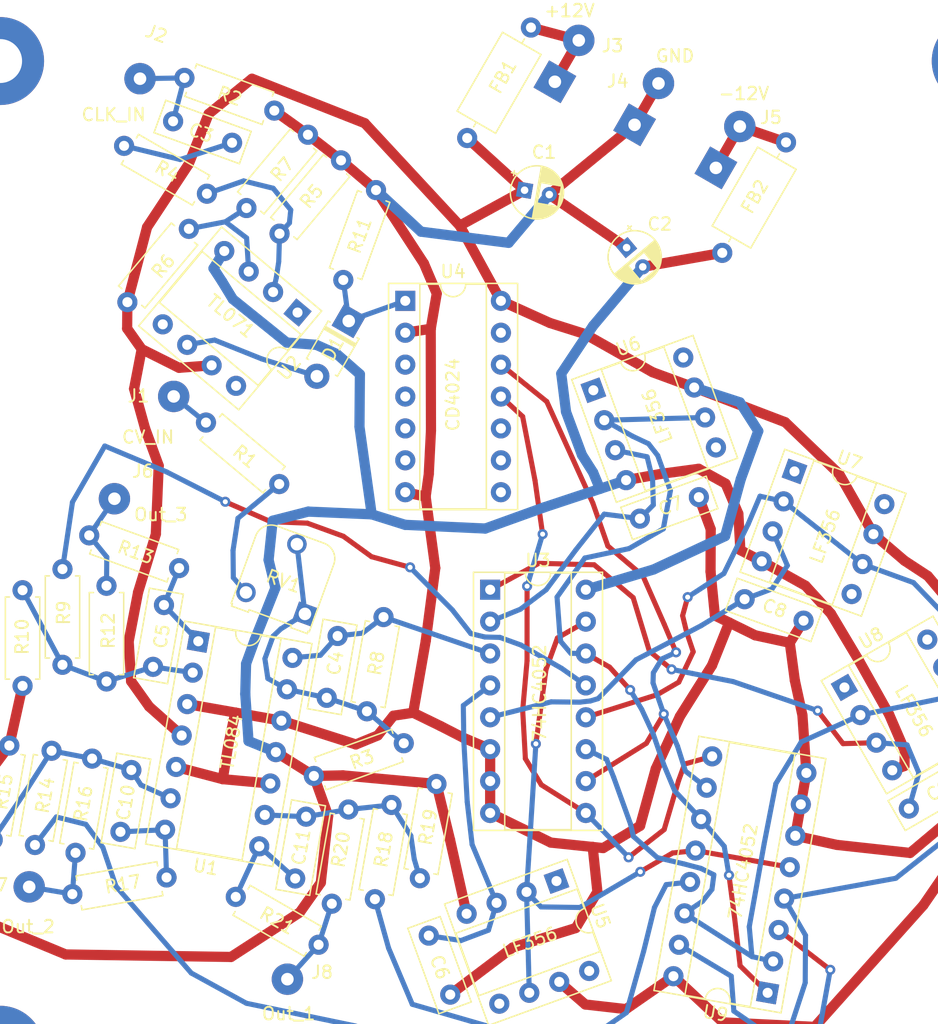
<source format=kicad_pcb>
(kicad_pcb (version 20171130) (host pcbnew "(5.1.2-1)-1")
  (layers (0 F.Cu signal hide) (31 B.Cu signal hide) (34 B.Paste user hide) (35 F.Paste user hide) (36 B.SilkS user hide) (37 F.SilkS user) (38 B.Mask user) (39 F.Mask user hide) (44 Edge.Cuts user hide))
  (net 0 "")
  (net 1 +12V)
  (net 2 Earth)
  (net 3 -12V)
  (net 4 "Net-(C3-Pad1)")
  (net 5 "Net-(C3-Pad2)")
  (net 6 "Net-(C4-Pad1)")
  (net 7 "Net-(C4-Pad2)")
  (net 8 "Net-(C5-Pad2)")
  (net 9 "Net-(C5-Pad1)")
  (net 10 "Net-(C6-Pad1)")
  (net 11 "Net-(C7-Pad1)")
  (net 12 "Net-(C8-Pad1)")
  (net 13 "Net-(C9-Pad1)")
  (net 14 "Net-(C10-Pad2)")
  (net 15 "Net-(C10-Pad1)")
  (net 16 "Net-(C11-Pad1)")
  (net 17 "Net-(C11-Pad2)")
  (net 18 "Net-(D1-Pad1)")
  (net 19 "Net-(D1-Pad2)")
  (net 20 "Net-(FB1-Pad1)")
  (net 21 "Net-(FB2-Pad1)")
  (net 22 "Net-(J1-Pad1)")
  (net 23 "Net-(J6-Pad1)")
  (net 24 "Net-(J7-Pad1)")
  (net 25 "Net-(J8-Pad1)")
  (net 26 "Net-(R1-Pad1)")
  (net 27 "Net-(R4-Pad2)")
  (net 28 "Net-(R6-Pad1)")
  (net 29 "Net-(R9-Pad2)")
  (net 30 "Net-(R14-Pad2)")
  (net 31 "Net-(R18-Pad2)")
  (net 32 "Net-(U2-Pad1)")
  (net 33 "Net-(U2-Pad5)")
  (net 34 "Net-(U2-Pad8)")
  (net 35 "Net-(U3-Pad9)")
  (net 36 "Net-(U3-Pad10)")
  (net 37 "Net-(U3-Pad11)")
  (net 38 "Net-(U3-Pad12)")
  (net 39 "Net-(U3-Pad14)")
  (net 40 "Net-(U3-Pad15)")
  (net 41 "Net-(U4-Pad6)")
  (net 42 "Net-(U4-Pad5)")
  (net 43 "Net-(U4-Pad4)")
  (net 44 "Net-(U4-Pad3)")
  (net 45 "Net-(U4-Pad9)")
  (net 46 "Net-(U5-Pad8)")
  (net 47 "Net-(U5-Pad5)")
  (net 48 "Net-(U5-Pad1)")
  (net 49 "Net-(U6-Pad1)")
  (net 50 "Net-(U6-Pad5)")
  (net 51 "Net-(U6-Pad8)")
  (net 52 "Net-(U7-Pad8)")
  (net 53 "Net-(U7-Pad5)")
  (net 54 "Net-(U7-Pad1)")
  (net 55 "Net-(U8-Pad1)")
  (net 56 "Net-(U8-Pad5)")
  (net 57 "Net-(U8-Pad8)")
  (module MountingHole:MountingHole_3.5mm_Pad (layer F.Cu) (at 17.78 96.52)
    (fp_text reference REF** hide)
    (fp_text value MountingHole_3.5mm_Pad hide)
    (pad 1 thru_hole circle (at 0 0) (size 7 7) (drill 3.5) (layers *.Cu *.Mask))
  )
  (module MountingHole:MountingHole_3.5mm_Pad (layer F.Cu) (at 95.504 96.52)
    (fp_text reference REF** hide)
    (fp_text value MountingHole_3.5mm_Pad hide)
    (pad 1 thru_hole circle (at 0 0) (size 7 7) (drill 3.5) (layers *.Cu *.Mask))
  )
  (module MountingHole:MountingHole_3.5mm_Pad (layer F.Cu) (at 95.504 17.78)
    (fp_text reference REF** hide)
    (fp_text value MountingHole_3.5mm_Pad hide)
    (pad 1 thru_hole circle (at 0 0) (size 7 7) (drill 3.5) (layers *.Cu *.Mask))
  )
  (module MountingHole:MountingHole_3.5mm_Pad (layer F.Cu) (at 17.78 17.78)
    (fp_text reference REF** hide)
    (fp_text value MountingHole_3.5mm_Pad hide)
    (pad 1 thru_hole circle (at 0 0) (size 7 7) (drill 3.5) (layers *.Cu *.Mask))
  )
  (module Capacitor_THT:CP_Radial_D4.0mm_P2.00mm (layer F.Cu) (at 59.563 28.067 350)
    (fp_text reference C1 (at 1 -3.25 180) (layer F.SilkS))
    (fp_text value 10u)
    (pad 1 thru_hole rect (at 0 0 350) (size 1.2 1.2) (drill 0.6) (layers *.Cu *.Mask) (net 1 +12V))
    (pad 2 thru_hole circle (at 2 0 350) (size 1.2 1.2) (drill 0.6) (layers *.Cu *.Mask) (net 2 Earth))
  )
  (module Capacitor_THT:CP_Radial_D4.0mm_P2.00mm (layer F.Cu) (at 67.691 32.639 310)
    (fp_text reference C2 (at 0.258131 -3.231767 180) (layer F.SilkS))
    (fp_text value 10u)
    (pad 2 thru_hole circle (at 2 0 310) (size 1.2 1.2) (drill 0.6) (layers *.Cu *.Mask) (net 3 -12V))
    (pad 1 thru_hole rect (at 0 0 310) (size 1.2 1.2) (drill 0.6) (layers *.Cu *.Mask) (net 2 Earth))
  )
  (module Capacitor_THT:C_Rect_L7.0mm_W2.5mm_P5.00mm (layer F.Cu) (at 36.259562 24.287677 160)
    (fp_text reference C3 (at 2.599258 -0.102503 160) (layer F.SilkS))
    (fp_text value 10n)
    (pad 1 thru_hole circle (at 0 0 160) (size 1.6 1.6) (drill 0.8) (layers *.Cu *.Mask) (net 4 "Net-(C3-Pad1)"))
    (pad 2 thru_hole circle (at 5 0 160) (size 1.6 1.6) (drill 0.8) (layers *.Cu *.Mask) (net 5 "Net-(C3-Pad2)"))
  )
  (module Capacitor_THT:C_Rect_L7.0mm_W2.5mm_P5.00mm (layer F.Cu) (at 44.667846 63.568397 260)
    (fp_text reference C4 (at 2.167302 -0.186739 80) (layer F.SilkS))
    (fp_text value 47p)
    (pad 1 thru_hole circle (at 0 0 260) (size 1.6 1.6) (drill 0.8) (layers *.Cu *.Mask) (net 6 "Net-(C4-Pad1)"))
    (pad 2 thru_hole circle (at 5 0 260) (size 1.6 1.6) (drill 0.8) (layers *.Cu *.Mask) (net 7 "Net-(C4-Pad2)"))
  )
  (module Capacitor_THT:C_Rect_L7.0mm_W2.5mm_P5.00mm (layer F.Cu) (at 30.834387 61.10129 260)
    (fp_text reference C5 (at 2.492989 -0.26027 80) (layer F.SilkS))
    (fp_text value 47p)
    (pad 2 thru_hole circle (at 5 0 260) (size 1.6 1.6) (drill 0.8) (layers *.Cu *.Mask) (net 8 "Net-(C5-Pad2)"))
    (pad 1 thru_hole circle (at 0 0 260) (size 1.6 1.6) (drill 0.8) (layers *.Cu *.Mask) (net 9 "Net-(C5-Pad1)"))
  )
  (module Capacitor_THT:C_Rect_L7.0mm_W2.5mm_P5.00mm (layer F.Cu) (at 51.93054 87.430442 290)
    (fp_text reference C6 (at 2.659159 0.035571 110) (layer F.SilkS))
    (fp_text value 100n)
    (pad 2 thru_hole circle (at 5 0 290) (size 1.6 1.6) (drill 0.8) (layers *.Cu *.Mask) (net 2 Earth))
    (pad 1 thru_hole circle (at 0 0 290) (size 1.6 1.6) (drill 0.8) (layers *.Cu *.Mask) (net 10 "Net-(C6-Pad1)"))
  )
  (module Capacitor_THT:C_Rect_L7.0mm_W2.5mm_P5.00mm (layer F.Cu) (at 68.747512 54.222501 20)
    (fp_text reference C7 (at 2.646284 -0.11112 20) (layer F.SilkS))
    (fp_text value 100n)
    (pad 1 thru_hole circle (at 0 0 20) (size 1.6 1.6) (drill 0.8) (layers *.Cu *.Mask) (net 11 "Net-(C7-Pad1)"))
    (pad 2 thru_hole circle (at 5 0 20) (size 1.6 1.6) (drill 0.8) (layers *.Cu *.Mask) (net 2 Earth))
  )
  (module Capacitor_THT:C_Rect_L7.0mm_W2.5mm_P5.00mm (layer F.Cu) (at 77.089534 60.637512 340)
    (fp_text reference C8 (at 2.492403 -0.131494 160) (layer F.SilkS))
    (fp_text value 100n)
    (pad 2 thru_hole circle (at 5 0 340) (size 1.6 1.6) (drill 0.8) (layers *.Cu *.Mask) (net 2 Earth))
    (pad 1 thru_hole circle (at 0 0 340) (size 1.6 1.6) (drill 0.8) (layers *.Cu *.Mask) (net 12 "Net-(C8-Pad1)"))
  )
  (module Capacitor_THT:C_Rect_L7.0mm_W2.5mm_P5.00mm (layer F.Cu) (at 90.176778 77.314458 30)
    (fp_text reference C9 (at 2.749484 -0.051402 30) (layer F.SilkS))
    (fp_text value 100n)
    (pad 1 thru_hole circle (at 0 0 30) (size 1.6 1.6) (drill 0.8) (layers *.Cu *.Mask) (net 13 "Net-(C9-Pad1)"))
    (pad 2 thru_hole circle (at 5 0 30) (size 1.6 1.6) (drill 0.8) (layers *.Cu *.Mask) (net 2 Earth))
  )
  (module Capacitor_THT:C_Rect_L7.0mm_W2.5mm_P5.00mm (layer F.Cu) (at 27.367801 79.166089 80)
    (fp_text reference C10 (at 2.368572 0.008632 80) (layer F.SilkS))
    (fp_text value 47p)
    (pad 2 thru_hole circle (at 5 0 80) (size 1.6 1.6) (drill 0.8) (layers *.Cu *.Mask) (net 14 "Net-(C10-Pad2)"))
    (pad 1 thru_hole circle (at 0 0 80) (size 1.6 1.6) (drill 0.8) (layers *.Cu *.Mask) (net 15 "Net-(C10-Pad1)"))
  )
  (module Capacitor_THT:C_Rect_L7.0mm_W2.5mm_P5.00mm (layer F.Cu) (at 41.287695 82.88101 80)
    (fp_text reference C11 (at 2.533779 0.03038 80) (layer F.SilkS))
    (fp_text value 47p)
    (pad 1 thru_hole circle (at 0 0 80) (size 1.6 1.6) (drill 0.8) (layers *.Cu *.Mask) (net 16 "Net-(C11-Pad1)"))
    (pad 2 thru_hole circle (at 5 0 80) (size 1.6 1.6) (drill 0.8) (layers *.Cu *.Mask) (net 17 "Net-(C11-Pad2)"))
  )
  (module Diode_THT:D_T-1_P5.08mm_Horizontal (layer F.Cu) (at 45.55412 38.482665 240)
    (fp_text reference D1 (at 2.562558 -0.028589 60) (layer F.SilkS))
    (fp_text value 1N4148)
    (pad 1 thru_hole rect (at 0 0 240) (size 2 2) (drill 1) (layers *.Cu *.Mask) (net 18 "Net-(D1-Pad1)"))
    (pad 2 thru_hole oval (at 5.08 0 240) (size 2 2) (drill 1) (layers *.Cu *.Mask) (net 19 "Net-(D1-Pad2)"))
  )
  (module Inductor_THT:L_Axial_L7.0mm_D3.3mm_P10.16mm_Horizontal_Fastron_MICC (layer F.Cu) (at 60.071 15.113 240)
    (fp_text reference FB1 (at 4.505145 -0.02006 60) (layer F.SilkS))
    (fp_text value Ferrite)
    (pad 1 thru_hole circle (at 0 0 240) (size 1.6 1.6) (drill 0.8) (layers *.Cu *.Mask) (net 20 "Net-(FB1-Pad1)"))
    (pad 2 thru_hole oval (at 10.16 0 240) (size 1.6 1.6) (drill 0.8) (layers *.Cu *.Mask) (net 1 +12V))
  )
  (module Inductor_THT:L_Axial_L7.0mm_D3.3mm_P10.16mm_Horizontal_Fastron_MICC (layer F.Cu) (at 80.391 24.257 240)
    (fp_text reference FB2 (at 4.984098 -0.00329 60) (layer F.SilkS))
    (fp_text value Ferrite)
    (pad 2 thru_hole oval (at 10.16 0 240) (size 1.6 1.6) (drill 0.8) (layers *.Cu *.Mask) (net 3 -12V))
    (pad 1 thru_hole circle (at 0 0 240) (size 1.6 1.6) (drill 0.8) (layers *.Cu *.Mask) (net 21 "Net-(FB2-Pad1)"))
  )
  (module Connector_Wire:SolderWirePad_1x01_Drill1mm (layer F.Cu) (at 31.609659 44.489645 320)
    (fp_text reference J1 (at -2.175049 1.77333 180) (layer F.SilkS))
    (fp_text value CV_In)
    (pad 1 thru_hole circle (at 0 0 320) (size 2.49936 2.49936) (drill 1.00076) (layers *.Cu *.Mask) (net 22 "Net-(J1-Pad1)"))
  )
  (module Connector_Wire:SolderWirePad_1x01_Drill1mm (layer F.Cu) (at 28.926235 19.185853 340)
    (fp_text reference J2 (at 0 -3.81 160) (layer F.SilkS))
    (fp_text value CLK_IN)
    (pad 1 thru_hole circle (at 0 0 340) (size 2.49936 2.49936) (drill 1.00076) (layers *.Cu *.Mask) (net 5 "Net-(C3-Pad2)"))
  )
  (module Connector_Wire:SolderWirePad_1x02_P3.81mm_Drill1mm (layer F.Cu) (at 61.976 19.431 60)
    (fp_text reference J3 (at 4.784366 2.546365) (layer F.SilkS))
    (fp_text value +12V_Conn)
    (pad 1 thru_hole rect (at 0 0 60) (size 2.49936 2.49936) (drill 1.00076) (layers *.Cu *.Mask) (net 20 "Net-(FB1-Pad1)"))
    (pad 2 thru_hole circle (at 3.81 0 60) (size 2.49936 2.49936) (drill 1.00076) (layers *.Cu *.Mask) (net 20 "Net-(FB1-Pad1)"))
  )
  (module Connector_Wire:SolderWirePad_1x02_P3.81mm_Drill1mm (layer F.Cu) (at 68.326 22.86 60)
    (fp_text reference J4 (at 2.340495 -2.905743) (layer F.SilkS))
    (fp_text value GND_Conn)
    (pad 1 thru_hole rect (at 0 0 60) (size 2.49936 2.49936) (drill 1.00076) (layers *.Cu *.Mask) (net 2 Earth))
    (pad 2 thru_hole circle (at 3.81 0 60) (size 2.49936 2.49936) (drill 1.00076) (layers *.Cu *.Mask) (net 2 Earth))
  )
  (module Connector_Wire:SolderWirePad_1x02_P3.81mm_Drill1mm (layer F.Cu) (at 74.803 26.289 60)
    (fp_text reference J5 (at 5.672633 1.798889) (layer F.SilkS))
    (fp_text value -12V_Conn)
    (pad 2 thru_hole circle (at 3.81 0 60) (size 2.49936 2.49936) (drill 1.00076) (layers *.Cu *.Mask) (net 21 "Net-(FB2-Pad1)"))
    (pad 1 thru_hole rect (at 0 0 60) (size 2.49936 2.49936) (drill 1.00076) (layers *.Cu *.Mask) (net 21 "Net-(FB2-Pad1)"))
  )
  (module Connector_Wire:SolderWirePad_1x01_Drill1mm (layer F.Cu) (at 26.887357 52.636858 340)
    (fp_text reference J6 (at 1.384969 -2.837253 180) (layer F.SilkS))
    (fp_text value "Out 3")
    (pad 1 thru_hole circle (at 0 0 340) (size 2.49936 2.49936) (drill 1.00076) (layers *.Cu *.Mask) (net 23 "Net-(J6-Pad1)"))
  )
  (module Connector_Wire:SolderWirePad_1x01_Drill1mm (layer F.Cu) (at 20.09678 83.547483)
    (fp_text reference J7 (at -2.54538 -0.159283) (layer F.SilkS))
    (fp_text value Out_2)
    (pad 1 thru_hole circle (at 0 0) (size 2.49936 2.49936) (drill 1.00076) (layers *.Cu *.Mask) (net 24 "Net-(J7-Pad1)"))
  )
  (module Connector_Wire:SolderWirePad_1x01_Drill1mm (layer F.Cu) (at 40.66686 90.89923 330)
    (fp_text reference J8 (at 2.120699 -1.861122 180) (layer F.SilkS))
    (fp_text value Out_1)
    (pad 1 thru_hole circle (at 0 0 330) (size 2.49936 2.49936) (drill 1.00076) (layers *.Cu *.Mask) (net 25 "Net-(J8-Pad1)"))
  )
  (module Resistor_THT:R_Axial_DIN0207_L6.3mm_D2.5mm_P7.62mm_Horizontal (layer F.Cu) (at 40.016617 51.468894 140)
    (fp_text reference R1 (at 3.50042 -0.074581 140) (layer F.SilkS))
    (fp_text value 20k)
    (pad 1 thru_hole circle (at 0 0 140) (size 1.6 1.6) (drill 0.8) (layers *.Cu *.Mask) (net 26 "Net-(R1-Pad1)"))
    (pad 2 thru_hole oval (at 7.62 0 140) (size 1.6 1.6) (drill 0.8) (layers *.Cu *.Mask) (net 22 "Net-(J1-Pad1)"))
  )
  (module Resistor_THT:R_Axial_DIN0207_L6.3mm_D2.5mm_P7.62mm_Horizontal (layer F.Cu) (at 39.623923 21.727988 160)
    (fp_text reference R2 (at 3.736162 -0.131803 160) (layer F.SilkS))
    (fp_text value 100k)
    (pad 2 thru_hole oval (at 7.62 0 160) (size 1.6 1.6) (drill 0.8) (layers *.Cu *.Mask) (net 5 "Net-(C3-Pad2)"))
    (pad 1 thru_hole circle (at 0 0 160) (size 1.6 1.6) (drill 0.8) (layers *.Cu *.Mask) (net 2 Earth))
  )
  (module Resistor_THT:R_Axial_DIN0207_L6.3mm_D2.5mm_P7.62mm_Horizontal (layer F.Cu) (at 49.938593 72.10917 200)
    (fp_text reference R3 (at 3.572336 -0.079834 20) (layer F.SilkS))
    (fp_text value 22k)
    (pad 2 thru_hole oval (at 7.62 0 200) (size 1.6 1.6) (drill 0.8) (layers *.Cu *.Mask) (net 3 -12V))
    (pad 1 thru_hole circle (at 0 0 200) (size 1.6 1.6) (drill 0.8) (layers *.Cu *.Mask) (net 7 "Net-(C4-Pad2)"))
  )
  (module Resistor_THT:R_Axial_DIN0207_L6.3mm_D2.5mm_P7.62mm_Horizontal (layer F.Cu) (at 27.655167 24.534698 330)
    (fp_text reference R4 (at 3.991157 0.044021 150) (layer F.SilkS))
    (fp_text value 15k)
    (pad 2 thru_hole oval (at 7.62 0 330) (size 1.6 1.6) (drill 0.8) (layers *.Cu *.Mask) (net 27 "Net-(R4-Pad2)"))
    (pad 1 thru_hole circle (at 0 0 330) (size 1.6 1.6) (drill 0.8) (layers *.Cu *.Mask) (net 4 "Net-(C3-Pad1)"))
  )
  (module Resistor_THT:R_Axial_DIN0207_L6.3mm_D2.5mm_P7.62mm_Horizontal (layer F.Cu) (at 44.939422 25.689931 230)
    (fp_text reference R5 (at 3.697085 -0.042841 50) (layer F.SilkS))
    (fp_text value 100k)
    (pad 1 thru_hole circle (at 0 0 230) (size 1.6 1.6) (drill 0.8) (layers *.Cu *.Mask) (net 2 Earth))
    (pad 2 thru_hole oval (at 7.62 0 230) (size 1.6 1.6) (drill 0.8) (layers *.Cu *.Mask) (net 27 "Net-(R4-Pad2)"))
  )
  (module Resistor_THT:R_Axial_DIN0207_L6.3mm_D2.5mm_P7.62mm_Horizontal (layer F.Cu) (at 32.817982 31.144078 230)
    (fp_text reference R6 (at 3.580618 -0.350364 50) (layer F.SilkS))
    (fp_text value 100k)
    (pad 1 thru_hole circle (at 0 0 230) (size 1.6 1.6) (drill 0.8) (layers *.Cu *.Mask) (net 28 "Net-(R6-Pad1)"))
    (pad 2 thru_hole oval (at 7.62 0 230) (size 1.6 1.6) (drill 0.8) (layers *.Cu *.Mask) (net 1 +12V))
  )
  (module Resistor_THT:R_Axial_DIN0207_L6.3mm_D2.5mm_P7.62mm_Horizontal (layer F.Cu) (at 42.30339 23.649289 230)
    (fp_text reference R7 (at 3.433532 -0.212314 50) (layer F.SilkS))
    (fp_text value 15k)
    (pad 2 thru_hole oval (at 7.62 0 230) (size 1.6 1.6) (drill 0.8) (layers *.Cu *.Mask) (net 28 "Net-(R6-Pad1)"))
    (pad 1 thru_hole circle (at 0 0 230) (size 1.6 1.6) (drill 0.8) (layers *.Cu *.Mask) (net 2 Earth))
  )
  (module Resistor_THT:R_Axial_DIN0207_L6.3mm_D2.5mm_P7.62mm_Horizontal (layer F.Cu) (at 48.324856 62.061278 260)
    (fp_text reference R8 (at 3.717582 -0.073817 80) (layer F.SilkS))
    (fp_text value 10k)
    (pad 1 thru_hole circle (at 0 0 260) (size 1.6 1.6) (drill 0.8) (layers *.Cu *.Mask) (net 6 "Net-(C4-Pad1)"))
    (pad 2 thru_hole oval (at 7.62 0 260) (size 1.6 1.6) (drill 0.8) (layers *.Cu *.Mask) (net 7 "Net-(C4-Pad2)"))
  )
  (module Resistor_THT:R_Axial_DIN0207_L6.3mm_D2.5mm_P7.62mm_Horizontal (layer F.Cu) (at 22.749477 65.862207 90)
    (fp_text reference R9 (at 4.140207 0.085123 90) (layer F.SilkS))
    (fp_text value 10k)
    (pad 1 thru_hole circle (at 0 0 90) (size 1.6 1.6) (drill 0.8) (layers *.Cu *.Mask) (net 8 "Net-(C5-Pad2)"))
    (pad 2 thru_hole oval (at 7.62 0 90) (size 1.6 1.6) (drill 0.8) (layers *.Cu *.Mask) (net 29 "Net-(R9-Pad2)"))
  )
  (module Resistor_THT:R_Axial_DIN0207_L6.3mm_D2.5mm_P7.62mm_Horizontal (layer F.Cu) (at 19.569831 67.543074 90)
    (fp_text reference R10 (at 3.916074 -0.037231 90) (layer F.SilkS))
    (fp_text value 22k)
    (pad 2 thru_hole oval (at 7.62 0 90) (size 1.6 1.6) (drill 0.8) (layers *.Cu *.Mask) (net 8 "Net-(C5-Pad2)"))
    (pad 1 thru_hole circle (at 0 0 90) (size 1.6 1.6) (drill 0.8) (layers *.Cu *.Mask) (net 3 -12V))
  )
  (module Resistor_THT:R_Axial_DIN0207_L6.3mm_D2.5mm_P7.62mm_Horizontal (layer F.Cu) (at 47.727263 28.056128 250)
    (fp_text reference R11 (at 3.842779 -0.019416 70) (layer F.SilkS))
    (fp_text value 10k)
    (pad 1 thru_hole circle (at 0 0 250) (size 1.6 1.6) (drill 0.8) (layers *.Cu *.Mask) (net 2 Earth))
    (pad 2 thru_hole oval (at 7.62 0 250) (size 1.6 1.6) (drill 0.8) (layers *.Cu *.Mask) (net 18 "Net-(D1-Pad1)"))
  )
  (module Resistor_THT:R_Axial_DIN0207_L6.3mm_D2.5mm_P7.62mm_Horizontal (layer F.Cu) (at 26.255993 59.570042 270)
    (fp_text reference R12 (at 3.574358 -0.134607 90) (layer F.SilkS))
    (fp_text value 22k)
    (pad 2 thru_hole oval (at 7.62 0 270) (size 1.6 1.6) (drill 0.8) (layers *.Cu *.Mask) (net 8 "Net-(C5-Pad2)"))
    (pad 1 thru_hole circle (at 0 0 270) (size 1.6 1.6) (drill 0.8) (layers *.Cu *.Mask) (net 23 "Net-(J6-Pad1)"))
  )
  (module Resistor_THT:R_Axial_DIN0207_L6.3mm_D2.5mm_P7.62mm_Horizontal (layer F.Cu) (at 24.879183 55.555009 340)
    (fp_text reference R13 (at 3.931578 -0.003925 160) (layer F.SilkS))
    (fp_text value 330R)
    (pad 1 thru_hole circle (at 0 0 340) (size 1.6 1.6) (drill 0.8) (layers *.Cu *.Mask) (net 23 "Net-(J6-Pad1)"))
    (pad 2 thru_hole oval (at 7.62 0 340) (size 1.6 1.6) (drill 0.8) (layers *.Cu *.Mask) (net 9 "Net-(C5-Pad1)"))
  )
  (module Resistor_THT:R_Axial_DIN0207_L6.3mm_D2.5mm_P7.62mm_Horizontal (layer F.Cu) (at 21.879431 72.708516 260)
    (fp_text reference R14 (at 3.578424 -0.10495 80) (layer F.SilkS))
    (fp_text value 10k)
    (pad 2 thru_hole oval (at 7.62 0 260) (size 1.6 1.6) (drill 0.8) (layers *.Cu *.Mask) (net 30 "Net-(R14-Pad2)"))
    (pad 1 thru_hole circle (at 0 0 260) (size 1.6 1.6) (drill 0.8) (layers *.Cu *.Mask) (net 14 "Net-(C10-Pad2)"))
  )
  (module Resistor_THT:R_Axial_DIN0207_L6.3mm_D2.5mm_P7.62mm_Horizontal (layer F.Cu) (at 18.515947 72.295212 260)
    (fp_text reference R15 (at 3.699617 -0.188752 80) (layer F.SilkS))
    (fp_text value 22k)
    (pad 1 thru_hole circle (at 0 0 260) (size 1.6 1.6) (drill 0.8) (layers *.Cu *.Mask) (net 3 -12V))
    (pad 2 thru_hole oval (at 7.62 0 260) (size 1.6 1.6) (drill 0.8) (layers *.Cu *.Mask) (net 14 "Net-(C10-Pad2)"))
  )
  (module Resistor_THT:R_Axial_DIN0207_L6.3mm_D2.5mm_P7.62mm_Horizontal (layer F.Cu) (at 23.786695 80.835986 80)
    (fp_text reference R16 (at 3.973291 -0.068287 80) (layer F.SilkS))
    (fp_text value 22k)
    (pad 1 thru_hole circle (at 0 0 80) (size 1.6 1.6) (drill 0.8) (layers *.Cu *.Mask) (net 24 "Net-(J7-Pad1)"))
    (pad 2 thru_hole oval (at 7.62 0 80) (size 1.6 1.6) (drill 0.8) (layers *.Cu *.Mask) (net 14 "Net-(C10-Pad2)"))
  )
  (module Resistor_THT:R_Axial_DIN0207_L6.3mm_D2.5mm_P7.62mm_Horizontal (layer F.Cu) (at 23.536168 84.123566 10)
    (fp_text reference R17 (at 4.098232 -0.075665 10) (layer F.SilkS))
    (fp_text value 330R)
    (pad 2 thru_hole oval (at 7.62 0 10) (size 1.6 1.6) (drill 0.8) (layers *.Cu *.Mask) (net 15 "Net-(C10-Pad1)"))
    (pad 1 thru_hole circle (at 0 0 10) (size 1.6 1.6) (drill 0.8) (layers *.Cu *.Mask) (net 24 "Net-(J7-Pad1)"))
  )
  (module Resistor_THT:R_Axial_DIN0207_L6.3mm_D2.5mm_P7.62mm_Horizontal (layer F.Cu) (at 48.960615 77.024087 260)
    (fp_text reference R18 (at 3.599289 -0.000604 80) (layer F.SilkS))
    (fp_text value 10k)
    (pad 1 thru_hole circle (at 0 0 260) (size 1.6 1.6) (drill 0.8) (layers *.Cu *.Mask) (net 17 "Net-(C11-Pad2)"))
    (pad 2 thru_hole oval (at 7.62 0 260) (size 1.6 1.6) (drill 0.8) (layers *.Cu *.Mask) (net 31 "Net-(R18-Pad2)"))
  )
  (module Resistor_THT:R_Axial_DIN0207_L6.3mm_D2.5mm_P7.62mm_Horizontal (layer F.Cu) (at 52.54172 75.354191 260)
    (fp_text reference R19 (at 3.501598 0.067906 80) (layer F.SilkS))
    (fp_text value 22k)
    (pad 2 thru_hole oval (at 7.62 0 260) (size 1.6 1.6) (drill 0.8) (layers *.Cu *.Mask) (net 17 "Net-(C11-Pad2)"))
    (pad 1 thru_hole circle (at 0 0 260) (size 1.6 1.6) (drill 0.8) (layers *.Cu *.Mask) (net 3 -12V))
  )
  (module Resistor_THT:R_Axial_DIN0207_L6.3mm_D2.5mm_P7.62mm_Horizontal (layer F.Cu) (at 44.205845 84.889184 80)
    (fp_text reference R20 (at 4.380947 -0.034513 80) (layer F.SilkS))
    (fp_text value 22k)
    (pad 1 thru_hole circle (at 0 0 80) (size 1.6 1.6) (drill 0.8) (layers *.Cu *.Mask) (net 25 "Net-(J8-Pad1)"))
    (pad 2 thru_hole oval (at 7.62 0 80) (size 1.6 1.6) (drill 0.8) (layers *.Cu *.Mask) (net 17 "Net-(C11-Pad2)"))
  )
  (module Resistor_THT:R_Axial_DIN0207_L6.3mm_D2.5mm_P7.62mm_Horizontal (layer F.Cu) (at 43.1524 88.154827 150)
    (fp_text reference R21 (at 3.818624 0.014451 150) (layer F.SilkS))
    (fp_text value 330R)
    (pad 2 thru_hole oval (at 7.62 0 150) (size 1.6 1.6) (drill 0.8) (layers *.Cu *.Mask) (net 16 "Net-(C11-Pad1)"))
    (pad 1 thru_hole circle (at 0 0 150) (size 1.6 1.6) (drill 0.8) (layers *.Cu *.Mask) (net 25 "Net-(J8-Pad1)"))
  )
  (module Potentiometer_THT:Potentiometer_Runtron_RM-065_Vertical (layer F.Cu) (at 42.064282 61.809874 160)
    (fp_text reference RV1 (at 2.491036 1.862832 160) (layer F.SilkS))
    (fp_text value 4k7)
    (pad 3 thru_hole circle (at 5 0 160) (size 1.55 1.55) (drill 1) (layers *.Cu *.Mask) (net 26 "Net-(R1-Pad1)"))
    (pad 1 thru_hole rect (at 0 0 160) (size 1.55 1.55) (drill 1) (layers *.Cu *.Mask) (net 7 "Net-(C4-Pad2)"))
    (pad 2 thru_hole circle (at 2.5 5 160) (size 1.55 1.55) (drill 1) (layers *.Cu *.Mask) (net 7 "Net-(C4-Pad2)"))
  )
  (module Package_DIP:DIP-14_W7.62mm_Socket (layer F.Cu) (at 33.567822 63.988287 350)
    (fp_text reference U1 (at 3.707898 17.601043 170) (layer F.SilkS))
    (fp_text value TL084)
    (pad 1 thru_hole rect (at 0 0 350) (size 1.6 1.6) (drill 0.8) (layers *.Cu *.Mask) (net 9 "Net-(C5-Pad1)"))
    (pad 8 thru_hole oval (at 7.62 15.24 350) (size 1.6 1.6) (drill 0.8) (layers *.Cu *.Mask) (net 16 "Net-(C11-Pad1)"))
    (pad 2 thru_hole oval (at 0 2.54 350) (size 1.6 1.6) (drill 0.8) (layers *.Cu *.Mask) (net 8 "Net-(C5-Pad2)"))
    (pad 9 thru_hole oval (at 7.62 12.7 350) (size 1.6 1.6) (drill 0.8) (layers *.Cu *.Mask) (net 17 "Net-(C11-Pad2)"))
    (pad 3 thru_hole oval (at 0 5.08 350) (size 1.6 1.6) (drill 0.8) (layers *.Cu *.Mask) (net 2 Earth))
    (pad 10 thru_hole oval (at 7.62 10.16 350) (size 1.6 1.6) (drill 0.8) (layers *.Cu *.Mask) (net 2 Earth))
    (pad 4 thru_hole oval (at 0 7.62 350) (size 1.6 1.6) (drill 0.8) (layers *.Cu *.Mask) (net 1 +12V))
    (pad 11 thru_hole oval (at 7.62 7.62 350) (size 1.6 1.6) (drill 0.8) (layers *.Cu *.Mask) (net 3 -12V))
    (pad 5 thru_hole oval (at 0 10.16 350) (size 1.6 1.6) (drill 0.8) (layers *.Cu *.Mask) (net 2 Earth))
    (pad 12 thru_hole oval (at 7.62 5.08 350) (size 1.6 1.6) (drill 0.8) (layers *.Cu *.Mask) (net 2 Earth))
    (pad 6 thru_hole oval (at 0 12.7 350) (size 1.6 1.6) (drill 0.8) (layers *.Cu *.Mask) (net 14 "Net-(C10-Pad2)"))
    (pad 13 thru_hole oval (at 7.62 2.54 350) (size 1.6 1.6) (drill 0.8) (layers *.Cu *.Mask) (net 7 "Net-(C4-Pad2)"))
    (pad 7 thru_hole oval (at 0 15.24 350) (size 1.6 1.6) (drill 0.8) (layers *.Cu *.Mask) (net 15 "Net-(C10-Pad1)"))
    (pad 14 thru_hole oval (at 7.62 0 350) (size 1.6 1.6) (drill 0.8) (layers *.Cu *.Mask) (net 6 "Net-(C4-Pad1)"))
  )
  (module Package_DIP:DIP-8_W7.62mm_Socket (layer F.Cu) (at 41.47459 37.808742 230)
    (fp_text reference U2 (at 3.81 -2.33 50) (layer F.SilkS))
    (fp_text value TL071)
    (pad 1 thru_hole rect (at 0 0 230) (size 1.6 1.6) (drill 0.8) (layers *.Cu *.Mask) (net 32 "Net-(U2-Pad1)"))
    (pad 5 thru_hole oval (at 7.62 7.62 230) (size 1.6 1.6) (drill 0.8) (layers *.Cu *.Mask) (net 33 "Net-(U2-Pad5)"))
    (pad 2 thru_hole oval (at 0 2.54 230) (size 1.6 1.6) (drill 0.8) (layers *.Cu *.Mask) (net 27 "Net-(R4-Pad2)"))
    (pad 6 thru_hole oval (at 7.62 5.08 230) (size 1.6 1.6) (drill 0.8) (layers *.Cu *.Mask) (net 19 "Net-(D1-Pad2)"))
    (pad 3 thru_hole oval (at 0 5.08 230) (size 1.6 1.6) (drill 0.8) (layers *.Cu *.Mask) (net 28 "Net-(R6-Pad1)"))
    (pad 7 thru_hole oval (at 7.62 2.54 230) (size 1.6 1.6) (drill 0.8) (layers *.Cu *.Mask) (net 1 +12V))
    (pad 4 thru_hole oval (at 0 7.62 230) (size 1.6 1.6) (drill 0.8) (layers *.Cu *.Mask) (net 3 -12V))
    (pad 8 thru_hole oval (at 7.62 0 230) (size 1.6 1.6) (drill 0.8) (layers *.Cu *.Mask) (net 34 "Net-(U2-Pad8)"))
  )
  (module Package_DIP:DIP-16_W7.62mm_Socket (layer F.Cu) (at 56.821316 59.882863)
    (fp_text reference U3 (at 3.81 -2.33) (layer F.SilkS))
    (fp_text value 4052)
    (pad 1 thru_hole rect (at 0 0) (size 1.6 1.6) (drill 0.8) (layers *.Cu *.Mask) (net 13 "Net-(C9-Pad1)"))
    (pad 9 thru_hole oval (at 7.62 17.78) (size 1.6 1.6) (drill 0.8) (layers *.Cu *.Mask) (net 35 "Net-(U3-Pad9)"))
    (pad 2 thru_hole oval (at 0 2.54) (size 1.6 1.6) (drill 0.8) (layers *.Cu *.Mask) (net 11 "Net-(C7-Pad1)"))
    (pad 10 thru_hole oval (at 7.62 15.24) (size 1.6 1.6) (drill 0.8) (layers *.Cu *.Mask) (net 36 "Net-(U3-Pad10)"))
    (pad 3 thru_hole oval (at 0 5.08) (size 1.6 1.6) (drill 0.8) (layers *.Cu *.Mask) (net 6 "Net-(C4-Pad1)"))
    (pad 11 thru_hole oval (at 7.62 12.7) (size 1.6 1.6) (drill 0.8) (layers *.Cu *.Mask) (net 37 "Net-(U3-Pad11)"))
    (pad 4 thru_hole oval (at 0 7.62) (size 1.6 1.6) (drill 0.8) (layers *.Cu *.Mask) (net 10 "Net-(C6-Pad1)"))
    (pad 12 thru_hole oval (at 7.62 10.16) (size 1.6 1.6) (drill 0.8) (layers *.Cu *.Mask) (net 38 "Net-(U3-Pad12)"))
    (pad 5 thru_hole oval (at 0 10.16) (size 1.6 1.6) (drill 0.8) (layers *.Cu *.Mask) (net 12 "Net-(C8-Pad1)"))
    (pad 13 thru_hole oval (at 7.62 7.62) (size 1.6 1.6) (drill 0.8) (layers *.Cu *.Mask) (net 29 "Net-(R9-Pad2)"))
    (pad 6 thru_hole oval (at 0 12.7) (size 1.6 1.6) (drill 0.8) (layers *.Cu *.Mask) (net 2 Earth))
    (pad 14 thru_hole oval (at 7.62 5.08) (size 1.6 1.6) (drill 0.8) (layers *.Cu *.Mask) (net 39 "Net-(U3-Pad14)"))
    (pad 7 thru_hole oval (at 0 15.24) (size 1.6 1.6) (drill 0.8) (layers *.Cu *.Mask) (net 2 Earth))
    (pad 15 thru_hole oval (at 7.62 2.54) (size 1.6 1.6) (drill 0.8) (layers *.Cu *.Mask) (net 40 "Net-(U3-Pad15)"))
    (pad 8 thru_hole oval (at 0 17.78) (size 1.6 1.6) (drill 0.8) (layers *.Cu *.Mask) (net 2 Earth))
    (pad 16 thru_hole oval (at 7.62 0) (size 1.6 1.6) (drill 0.8) (layers *.Cu *.Mask) (net 1 +12V))
  )
  (module Package_DIP:DIP-14_W7.62mm_Socket (layer F.Cu) (at 50.057485 36.878143)
    (fp_text reference U4 (at 3.81 -2.33) (layer F.SilkS))
    (fp_text value 4024)
    (pad 14 thru_hole oval (at 7.62 0) (size 1.6 1.6) (drill 0.8) (layers *.Cu *.Mask) (net 1 +12V))
    (pad 7 thru_hole oval (at 0 15.24) (size 1.6 1.6) (drill 0.8) (layers *.Cu *.Mask) (net 2 Earth))
    (pad 13 thru_hole oval (at 7.62 2.54) (size 1.6 1.6) (drill 0.8) (layers *.Cu *.Mask))
    (pad 6 thru_hole oval (at 0 12.7) (size 1.6 1.6) (drill 0.8) (layers *.Cu *.Mask) (net 41 "Net-(U4-Pad6)"))
    (pad 12 thru_hole oval (at 7.62 5.08) (size 1.6 1.6) (drill 0.8) (layers *.Cu *.Mask) (net 36 "Net-(U3-Pad10)"))
    (pad 5 thru_hole oval (at 0 10.16) (size 1.6 1.6) (drill 0.8) (layers *.Cu *.Mask) (net 42 "Net-(U4-Pad5)"))
    (pad 11 thru_hole oval (at 7.62 7.62) (size 1.6 1.6) (drill 0.8) (layers *.Cu *.Mask) (net 35 "Net-(U3-Pad9)"))
    (pad 4 thru_hole oval (at 0 7.62) (size 1.6 1.6) (drill 0.8) (layers *.Cu *.Mask) (net 43 "Net-(U4-Pad4)"))
    (pad 10 thru_hole oval (at 7.62 10.16) (size 1.6 1.6) (drill 0.8) (layers *.Cu *.Mask))
    (pad 3 thru_hole oval (at 0 5.08) (size 1.6 1.6) (drill 0.8) (layers *.Cu *.Mask) (net 44 "Net-(U4-Pad3)"))
    (pad 9 thru_hole oval (at 7.62 12.7) (size 1.6 1.6) (drill 0.8) (layers *.Cu *.Mask) (net 45 "Net-(U4-Pad9)"))
    (pad 2 thru_hole oval (at 0 2.54) (size 1.6 1.6) (drill 0.8) (layers *.Cu *.Mask) (net 2 Earth))
    (pad 8 thru_hole oval (at 7.62 15.24) (size 1.6 1.6) (drill 0.8) (layers *.Cu *.Mask))
    (pad 1 thru_hole rect (at 0 0) (size 1.6 1.6) (drill 0.8) (layers *.Cu *.Mask) (net 18 "Net-(D1-Pad1)"))
  )
  (module Package_DIP:DIP-8_W7.62mm_Socket (layer F.Cu) (at 62.105663 83.084584 290)
    (fp_text reference U5 (at 3.81 -2.33 110) (layer F.SilkS))
    (fp_text value LF356)
    (pad 8 thru_hole oval (at 7.62 0 290) (size 1.6 1.6) (drill 0.8) (layers *.Cu *.Mask) (net 46 "Net-(U5-Pad8)"))
    (pad 4 thru_hole oval (at 0 7.62 290) (size 1.6 1.6) (drill 0.8) (layers *.Cu *.Mask) (net 3 -12V))
    (pad 7 thru_hole oval (at 7.62 2.54 290) (size 1.6 1.6) (drill 0.8) (layers *.Cu *.Mask) (net 1 +12V))
    (pad 3 thru_hole oval (at 0 5.08 290) (size 1.6 1.6) (drill 0.8) (layers *.Cu *.Mask) (net 10 "Net-(C6-Pad1)"))
    (pad 6 thru_hole oval (at 7.62 5.08 290) (size 1.6 1.6) (drill 0.8) (layers *.Cu *.Mask) (net 40 "Net-(U3-Pad15)"))
    (pad 2 thru_hole oval (at 0 2.54 290) (size 1.6 1.6) (drill 0.8) (layers *.Cu *.Mask) (net 40 "Net-(U3-Pad15)"))
    (pad 5 thru_hole oval (at 7.62 7.62 290) (size 1.6 1.6) (drill 0.8) (layers *.Cu *.Mask) (net 47 "Net-(U5-Pad5)"))
    (pad 1 thru_hole rect (at 0 0 290) (size 1.6 1.6) (drill 0.8) (layers *.Cu *.Mask) (net 48 "Net-(U5-Pad1)"))
  )
  (module Package_DIP:DIP-8_W7.62mm_Socket (layer F.Cu) (at 65.043547 43.997792 20)
    (fp_text reference U6 (at 3.81 -2.33 20) (layer F.SilkS))
    (fp_text value LF356)
    (pad 1 thru_hole rect (at 0 0 20) (size 1.6 1.6) (drill 0.8) (layers *.Cu *.Mask) (net 49 "Net-(U6-Pad1)"))
    (pad 5 thru_hole oval (at 7.62 7.62 20) (size 1.6 1.6) (drill 0.8) (layers *.Cu *.Mask) (net 50 "Net-(U6-Pad5)"))
    (pad 2 thru_hole oval (at 0 2.54 20) (size 1.6 1.6) (drill 0.8) (layers *.Cu *.Mask) (net 39 "Net-(U3-Pad14)"))
    (pad 6 thru_hole oval (at 7.62 5.08 20) (size 1.6 1.6) (drill 0.8) (layers *.Cu *.Mask) (net 39 "Net-(U3-Pad14)"))
    (pad 3 thru_hole oval (at 0 5.08 20) (size 1.6 1.6) (drill 0.8) (layers *.Cu *.Mask) (net 11 "Net-(C7-Pad1)"))
    (pad 7 thru_hole oval (at 7.62 2.54 20) (size 1.6 1.6) (drill 0.8) (layers *.Cu *.Mask) (net 1 +12V))
    (pad 4 thru_hole oval (at 0 7.62 20) (size 1.6 1.6) (drill 0.8) (layers *.Cu *.Mask) (net 3 -12V))
    (pad 8 thru_hole oval (at 7.62 0 20) (size 1.6 1.6) (drill 0.8) (layers *.Cu *.Mask) (net 51 "Net-(U6-Pad8)"))
  )
  (module Package_DIP:DIP-8_W7.62mm_Socket (layer F.Cu) (at 81.063761 50.461064 340)
    (fp_text reference U7 (at 3.81 -2.33 160) (layer F.SilkS))
    (fp_text value LF356)
    (pad 8 thru_hole oval (at 7.62 0 340) (size 1.6 1.6) (drill 0.8) (layers *.Cu *.Mask) (net 52 "Net-(U7-Pad8)"))
    (pad 4 thru_hole oval (at 0 7.62 340) (size 1.6 1.6) (drill 0.8) (layers *.Cu *.Mask) (net 3 -12V))
    (pad 7 thru_hole oval (at 7.62 2.54 340) (size 1.6 1.6) (drill 0.8) (layers *.Cu *.Mask) (net 1 +12V))
    (pad 3 thru_hole oval (at 0 5.08 340) (size 1.6 1.6) (drill 0.8) (layers *.Cu *.Mask) (net 12 "Net-(C8-Pad1)"))
    (pad 6 thru_hole oval (at 7.62 5.08 340) (size 1.6 1.6) (drill 0.8) (layers *.Cu *.Mask) (net 38 "Net-(U3-Pad12)"))
    (pad 2 thru_hole oval (at 0 2.54 340) (size 1.6 1.6) (drill 0.8) (layers *.Cu *.Mask) (net 38 "Net-(U3-Pad12)"))
    (pad 5 thru_hole oval (at 7.62 7.62 340) (size 1.6 1.6) (drill 0.8) (layers *.Cu *.Mask) (net 53 "Net-(U7-Pad5)"))
    (pad 1 thru_hole rect (at 0 0 340) (size 1.6 1.6) (drill 0.8) (layers *.Cu *.Mask) (net 54 "Net-(U7-Pad1)"))
  )
  (module Package_DIP:DIP-8_W7.62mm_Socket (layer F.Cu) (at 85.045733 67.665229 30)
    (fp_text reference U8 (at 3.81 -2.33 30) (layer F.SilkS))
    (fp_text value LF356)
    (pad 1 thru_hole rect (at 0 0 30) (size 1.6 1.6) (drill 0.8) (layers *.Cu *.Mask) (net 55 "Net-(U8-Pad1)"))
    (pad 5 thru_hole oval (at 7.62 7.62 30) (size 1.6 1.6) (drill 0.8) (layers *.Cu *.Mask) (net 56 "Net-(U8-Pad5)"))
    (pad 2 thru_hole oval (at 0 2.54 30) (size 1.6 1.6) (drill 0.8) (layers *.Cu *.Mask) (net 37 "Net-(U3-Pad11)"))
    (pad 6 thru_hole oval (at 7.62 5.08 30) (size 1.6 1.6) (drill 0.8) (layers *.Cu *.Mask) (net 37 "Net-(U3-Pad11)"))
    (pad 3 thru_hole oval (at 0 5.08 30) (size 1.6 1.6) (drill 0.8) (layers *.Cu *.Mask) (net 13 "Net-(C9-Pad1)"))
    (pad 7 thru_hole oval (at 7.62 2.54 30) (size 1.6 1.6) (drill 0.8) (layers *.Cu *.Mask) (net 1 +12V))
    (pad 4 thru_hole oval (at 0 7.62 30) (size 1.6 1.6) (drill 0.8) (layers *.Cu *.Mask) (net 3 -12V))
    (pad 8 thru_hole oval (at 7.62 0 30) (size 1.6 1.6) (drill 0.8) (layers *.Cu *.Mask) (net 57 "Net-(U8-Pad8)"))
  )
  (module Package_DIP:DIP-16_W7.62mm_Socket (layer F.Cu) (at 78.92485 91.984695 170)
    (fp_text reference U9 (at 3.81 -2.33 170) (layer F.SilkS))
    (fp_text value 4052)
    (pad 16 thru_hole oval (at 7.62 0 170) (size 1.6 1.6) (drill 0.8) (layers *.Cu *.Mask) (net 1 +12V))
    (pad 8 thru_hole oval (at 0 17.78 170) (size 1.6 1.6) (drill 0.8) (layers *.Cu *.Mask) (net 2 Earth))
    (pad 15 thru_hole oval (at 7.62 2.54 170) (size 1.6 1.6) (drill 0.8) (layers *.Cu *.Mask) (net 38 "Net-(U3-Pad12)"))
    (pad 7 thru_hole oval (at 0 15.24 170) (size 1.6 1.6) (drill 0.8) (layers *.Cu *.Mask) (net 2 Earth))
    (pad 14 thru_hole oval (at 7.62 5.08 170) (size 1.6 1.6) (drill 0.8) (layers *.Cu *.Mask) (net 37 "Net-(U3-Pad11)"))
    (pad 6 thru_hole oval (at 0 12.7 170) (size 1.6 1.6) (drill 0.8) (layers *.Cu *.Mask) (net 2 Earth))
    (pad 13 thru_hole oval (at 7.62 7.62 170) (size 1.6 1.6) (drill 0.8) (layers *.Cu *.Mask) (net 31 "Net-(R18-Pad2)"))
    (pad 5 thru_hole oval (at 0 10.16 170) (size 1.6 1.6) (drill 0.8) (layers *.Cu *.Mask) (net 40 "Net-(U3-Pad15)"))
    (pad 12 thru_hole oval (at 7.62 10.16 170) (size 1.6 1.6) (drill 0.8) (layers *.Cu *.Mask) (net 40 "Net-(U3-Pad15)"))
    (pad 4 thru_hole oval (at 0 7.62 170) (size 1.6 1.6) (drill 0.8) (layers *.Cu *.Mask) (net 38 "Net-(U3-Pad12)"))
    (pad 11 thru_hole oval (at 7.62 12.7 170) (size 1.6 1.6) (drill 0.8) (layers *.Cu *.Mask) (net 39 "Net-(U3-Pad14)"))
    (pad 3 thru_hole oval (at 0 5.08 170) (size 1.6 1.6) (drill 0.8) (layers *.Cu *.Mask) (net 30 "Net-(R14-Pad2)"))
    (pad 10 thru_hole oval (at 7.62 15.24 170) (size 1.6 1.6) (drill 0.8) (layers *.Cu *.Mask) (net 36 "Net-(U3-Pad10)"))
    (pad 2 thru_hole oval (at 0 2.54 170) (size 1.6 1.6) (drill 0.8) (layers *.Cu *.Mask) (net 37 "Net-(U3-Pad11)"))
    (pad 9 thru_hole oval (at 7.62 17.78 170) (size 1.6 1.6) (drill 0.8) (layers *.Cu *.Mask) (net 35 "Net-(U3-Pad9)"))
    (pad 1 thru_hole rect (at 0 0 170) (size 1.6 1.6) (drill 0.8) (layers *.Cu *.Mask) (net 39 "Net-(U3-Pad14)"))
  )
  (gr_text CD4024 (at 53.848 44.3484 90) (layer F.SilkS) (effects (font (size 1 1))))
  (gr_text Out_1 (at 40.767 93.6498) (layer F.SilkS) (effects (font (size 1 1))))
  (gr_text Out_2 (at 20.0152 86.7156) (layer F.SilkS) (effects (font (size 1 1))))
  (gr_text Out_3 (at 30.5816 53.8988) (layer F.SilkS) (effects (font (size 1 1))))
  (gr_text CLK_IN (at 26.8224 22.0472) (layer F.SilkS) (effects (font (size 1 1))))
  (gr_text CV_IN (at 29.5656 47.7266) (layer F.SilkS) (effects (font (size 1 1))))
  (gr_text -12V (at 77.0382 20.3708) (layer F.SilkS) (effects (font (size 1 1))))
  (gr_text GND (at 71.5518 17.3736) (layer F.SilkS) (effects (font (size 1 1))))
  (gr_text +12V (at 63.1444 13.7668) (layer F.SilkS) (effects (font (size 1 1))))
  (gr_text TL071 (at 36.1442 38.1 -40) (layer F.SilkS) (effects (font (size 1 1))))
  (gr_text LF356 (at 70.1294 46.050199 110) (layer F.SilkS) (effects (font (size 1 1))))
  (gr_text LF356 (at 83.51692 55.613834 70) (layer F.SilkS) (effects (font (size 1 1))))
  (gr_text LF356 (at 90.584784 69.5572 -60) (layer F.SilkS) (effects (font (size 1 1))))
  (gr_text LF356 (at 59.9948 87.9602 20) (layer F.SilkS) (effects (font (size 1 1))))
  (gr_text TL084 (at 36.2204 72.009 80) (layer F.SilkS) (effects (font (size 1 1))))
  (gr_text 74HC4052 (at 76.976201 82.322665 80) (layer F.SilkS) (effects (font (size 1 1))))
  (gr_text 74HC4052 (at 60.7568 68.1228 90) (layer F.SilkS) (effects (font (size 1 1))))
  (gr_line (start 101.092 12.192) (end 12.192 12.192) (layer Edge.Cuts) (width 0.05))
  (gr_line (start 101.092 102.108) (end 101.092 12.192) (layer Edge.Cuts) (width 0.05))
  (gr_line (start 12.192 102.108) (end 101.092 102.108) (layer Edge.Cuts) (width 0.05))
  (gr_line (start 12.192 12.192) (end 12.192 102.108) (layer Edge.Cuts) (width 0.05))
  (segment (start 73.072736 43.778418) (end 69.749183 42.558679) (width 0.8128) (layer F.Cu) (net 1))
  (segment (start 69.749183 42.558679) (end 64.36831 39.518995) (width 0.8128) (layer F.Cu) (net 1))
  (segment (start 64.36831 39.518995) (end 61.58003 38.639296) (width 0.8128) (layer F.Cu) (net 1))
  (segment (start 61.58003 38.639296) (end 57.677486 36.878143) (width 0.8128) (layer F.Cu) (net 1))
  (segment (start 34.630795 42.01332) (end 32.033493 42.211197) (width 0.8128) (layer F.Cu) (net 1))
  (segment (start 32.033493 42.211197) (end 29.060939 40.723824) (width 0.8128) (layer F.Cu) (net 1))
  (segment (start 29.060939 40.723824) (end 27.900435 39.08508) (width 0.8128) (layer F.Cu) (net 1))
  (segment (start 27.900435 39.08508) (end 27.91994 36.981338) (width 0.8128) (layer F.Cu) (net 1))
  (segment (start 87.355487 55.454076) (end 84.633459 50.679123) (width 0.8128) (layer F.Cu) (net 1))
  (segment (start 84.633459 50.679123) (end 80.327092 46.543871) (width 0.8128) (layer F.Cu) (net 1))
  (segment (start 80.327092 46.543871) (end 73.072736 43.778418) (width 0.8128) (layer F.Cu) (net 1))
  (segment (start 92.914846 66.054934) (end 93.960923 63.669734) (width 0.8128) (layer F.Cu) (net 1))
  (segment (start 93.960923 63.669734) (end 93.668714 61.130668) (width 0.8128) (layer F.Cu) (net 1))
  (segment (start 93.668714 61.130668) (end 91.683791 58.786408) (width 0.8128) (layer F.Cu) (net 1))
  (segment (start 91.683791 58.786408) (end 89.82874 57.570622) (width 0.8128) (layer F.Cu) (net 1))
  (segment (start 89.82874 57.570622) (end 87.355487 55.454076) (width 0.8128) (layer F.Cu) (net 1))
  (segment (start 71.420615 90.661496) (end 67.64011 93.283409) (width 0.8128) (layer F.Cu) (net 1))
  (segment (start 67.64011 93.283409) (end 64.395967 92.91354) (width 0.8128) (layer F.Cu) (net 1))
  (segment (start 64.395967 92.91354) (end 62.325037 91.113772) (width 0.8128) (layer F.Cu) (net 1))
  (segment (start 64.441317 59.882865) (end 69.842203 58.270002) (width 0.8128) (layer B.Cu) (net 1))
  (segment (start 69.842203 58.270002) (end 75.539417 55.613347) (width 0.8128) (layer B.Cu) (net 1))
  (segment (start 75.539417 55.613347) (end 76.788547 51.067422) (width 0.8128) (layer B.Cu) (net 1))
  (segment (start 76.788547 51.067422) (end 78.178516 47.248511) (width 0.8128) (layer B.Cu) (net 1))
  (segment (start 78.178516 47.248511) (end 76.714395 44.958657) (width 0.8128) (layer B.Cu) (net 1))
  (segment (start 76.714395 44.958657) (end 73.072736 43.778418) (width 0.8128) (layer B.Cu) (net 1))
  (segment (start 32.244623 71.492522) (end 29.649315 69.184446) (width 0.8128) (layer F.Cu) (net 1))
  (segment (start 29.649315 69.184446) (end 28.217663 67.176711) (width 0.8128) (layer F.Cu) (net 1))
  (segment (start 28.217663 67.176711) (end 28.023294 63.997503) (width 0.8128) (layer F.Cu) (net 1))
  (segment (start 28.023294 63.997503) (end 28.773122 60.08075) (width 0.8128) (layer F.Cu) (net 1))
  (segment (start 28.773122 60.08075) (end 30.185029 55.45892) (width 0.8128) (layer F.Cu) (net 1))
  (segment (start 30.185029 55.45892) (end 30.414496 50.001266) (width 0.8128) (layer F.Cu) (net 1))
  (segment (start 30.414496 50.001266) (end 29.330335 47.038803) (width 0.8128) (layer F.Cu) (net 1))
  (segment (start 29.330335 47.038803) (end 28.452388 43.881094) (width 0.8128) (layer F.Cu) (net 1))
  (segment (start 28.452388 43.881094) (end 29.060939 40.723824) (width 0.8128) (layer F.Cu) (net 1))
  (segment (start 71.420615 90.661496) (end 75.365244 94.338169) (width 0.8128) (layer F.Cu) (net 1))
  (segment (start 75.365244 94.338169) (end 82.667418 94.698384) (width 0.8128) (layer F.Cu) (net 1))
  (segment (start 82.667418 94.698384) (end 91.328848 85.011581) (width 0.8128) (layer F.Cu) (net 1))
  (segment (start 91.328848 85.011581) (end 97.646457 75.823204) (width 0.8128) (layer F.Cu) (net 1))
  (segment (start 97.646457 75.823204) (end 98.15848 68.846585) (width 0.8128) (layer F.Cu) (net 1))
  (segment (start 98.15848 68.846585) (end 95.197331 65.471255) (width 0.8128) (layer F.Cu) (net 1))
  (segment (start 95.197331 65.471255) (end 92.914846 66.054934) (width 0.8128) (layer F.Cu) (net 1))
  (segment (start 57.677486 36.878143) (end 54.399386 30.890035) (width 0.8128) (layer F.Cu) (net 1))
  (segment (start 54.399386 30.890035) (end 46.828256 22.728344) (width 0.8128) (layer F.Cu) (net 1))
  (segment (start 46.828256 22.728344) (end 37.845214 19.188483) (width 0.8128) (layer F.Cu) (net 1))
  (segment (start 37.845214 19.188483) (end 34.393981 21.986854) (width 0.8128) (layer F.Cu) (net 1))
  (segment (start 34.393981 21.986854) (end 32.797797 26.001011) (width 0.8128) (layer F.Cu) (net 1))
  (segment (start 32.797797 26.001011) (end 29.486965 31.012892) (width 0.8128) (layer F.Cu) (net 1))
  (segment (start 29.486965 31.012892) (end 27.91994 36.981338) (width 0.8128) (layer F.Cu) (net 1))
  (segment (start 59.563 28.067) (end 54.991 23.911818) (width 0.8128) (layer F.Cu) (net 1))
  (segment (start 59.563 28.067) (end 54.399386 30.890035) (width 0.8128) (layer F.Cu) (net 1))
  (segment (start 39.623923 21.727988) (end 42.30339 23.649289) (width 0.8128) (layer F.Cu) (net 2))
  (segment (start 44.939422 25.689931) (end 42.30339 23.649289) (width 0.8128) (layer F.Cu) (net 2))
  (segment (start 47.727263 28.056128) (end 44.939422 25.689931) (width 0.8128) (layer F.Cu) (net 2))
  (segment (start 47.727263 28.056128) (end 51.544858 33.905587) (width 0.8128) (layer F.Cu) (net 2))
  (segment (start 51.544858 33.905587) (end 52.564083 36.303813) (width 0.8128) (layer F.Cu) (net 2))
  (segment (start 52.564083 36.303813) (end 52.085843 39.103061) (width 0.8128) (layer F.Cu) (net 2))
  (segment (start 52.085843 39.103061) (end 50.057486 39.418143) (width 0.8128) (layer F.Cu) (net 2))
  (segment (start 52.085843 39.103061) (end 52.105151 47.219124) (width 0.8128) (layer F.Cu) (net 2))
  (segment (start 52.105151 47.219124) (end 51.930528 50.669481) (width 0.8128) (layer F.Cu) (net 2))
  (segment (start 51.930528 50.669481) (end 51.68044 52.470564) (width 0.8128) (layer F.Cu) (net 2))
  (segment (start 51.68044 52.470564) (end 50.057485 52.118143) (width 0.8128) (layer F.Cu) (net 2))
  (segment (start 73.445976 52.512399) (end 74.389444 55.059641) (width 0.8128) (layer F.Cu) (net 2))
  (segment (start 74.389444 55.059641) (end 74.377599 58.434093) (width 0.8128) (layer F.Cu) (net 2))
  (segment (start 74.377599 58.434093) (end 74.723776 61.938857) (width 0.8128) (layer F.Cu) (net 2))
  (segment (start 77.935013 63.513104) (end 80.690823 64.110685) (width 0.8128) (layer F.Cu) (net 2))
  (segment (start 80.690823 64.110685) (end 81.787998 62.347614) (width 0.8128) (layer F.Cu) (net 2))
  (segment (start 81.130182 79.477636) (end 81.571248 76.976225) (width 0.8128) (layer F.Cu) (net 2))
  (segment (start 81.571248 76.976225) (end 82.012314 74.474813) (width 0.8128) (layer F.Cu) (net 2))
  (segment (start 82.012314 74.474813) (end 81.698205 69.883365) (width 0.8128) (layer F.Cu) (net 2))
  (segment (start 81.698205 69.883365) (end 81.091407 67.094648) (width 0.8128) (layer F.Cu) (net 2))
  (segment (start 81.091407 67.094648) (end 80.690823 64.110685) (width 0.8128) (layer F.Cu) (net 2))
  (segment (start 94.506904 74.81446) (end 93.197058 78.393424) (width 0.8128) (layer F.Cu) (net 2))
  (segment (start 93.197058 78.393424) (end 90.277593 80.84474) (width 0.8128) (layer F.Cu) (net 2))
  (segment (start 90.277593 80.84474) (end 84.42945 80.202846) (width 0.8128) (layer F.Cu) (net 2))
  (segment (start 84.42945 80.202846) (end 81.130182 79.477636) (width 0.8128) (layer F.Cu) (net 2))
  (segment (start 56.821316 77.662864) (end 56.821317 75.122864) (width 0.8128) (layer F.Cu) (net 2))
  (segment (start 56.821316 72.582862) (end 56.821317 75.122864) (width 0.8128) (layer F.Cu) (net 2))
  (segment (start 56.821316 77.662864) (end 61.654632 80.022525) (width 0.8128) (layer F.Cu) (net 2))
  (segment (start 65.821034 80.457767) (end 68.761999 78.690028) (width 0.8128) (layer F.Cu) (net 2))
  (segment (start 68.761999 78.690028) (end 70.011129 74.144102) (width 0.8128) (layer F.Cu) (net 2))
  (segment (start 70.011129 74.144102) (end 71.932868 69.978138) (width 0.8128) (layer F.Cu) (net 2))
  (segment (start 71.932868 69.978138) (end 74.494747 65.910015) (width 0.8128) (layer F.Cu) (net 2))
  (segment (start 74.494747 65.910015) (end 75.863247 62.497461) (width 0.8128) (layer F.Cu) (net 2))
  (segment (start 75.863247 62.497461) (end 77.935013 63.513104) (width 0.8128) (layer F.Cu) (net 2))
  (segment (start 74.723776 61.938857) (end 75.863247 62.497461) (width 0.8128) (layer F.Cu) (net 2))
  (segment (start 36.51259 69.665896) (end 35.95245 72.289503) (width 0.8128) (layer F.Cu) (net 2))
  (segment (start 32.685689 68.991111) (end 36.51259 69.665896) (width 0.8128) (layer F.Cu) (net 2))
  (segment (start 36.51259 69.665896) (end 40.189924 70.31431) (width 0.8128) (layer F.Cu) (net 2))
  (segment (start 35.95245 72.289503) (end 35.517645 74.969409) (width 0.8128) (layer F.Cu) (net 2))
  (segment (start 35.517645 74.969409) (end 31.803555 73.993935) (width 0.8128) (layer F.Cu) (net 2))
  (segment (start 35.517645 74.969409) (end 39.307791 75.317134) (width 0.8128) (layer F.Cu) (net 2))
  (segment (start 53.640641 92.128905) (end 58.614072 88.376392) (width 0.8128) (layer F.Cu) (net 2))
  (segment (start 58.614072 88.376392) (end 63.638238 86.826274) (width 0.8128) (layer F.Cu) (net 2))
  (segment (start 63.638238 86.826274) (end 65.364293 83.940593) (width 0.8128) (layer F.Cu) (net 2))
  (segment (start 65.364293 83.940593) (end 64.987754 80.370719) (width 0.8128) (layer F.Cu) (net 2))
  (segment (start 64.987754 80.370719) (end 65.821034 80.457767) (width 0.8128) (layer F.Cu) (net 2))
  (segment (start 61.654632 80.022525) (end 64.987754 80.370719) (width 0.8128) (layer F.Cu) (net 2))
  (segment (start 40.189924 70.31431) (end 46.119245 72.205698) (width 0.8128) (layer F.Cu) (net 2))
  (segment (start 46.119245 72.205698) (end 47.866361 71.49009) (width 0.8128) (layer F.Cu) (net 2))
  (segment (start 47.866361 71.49009) (end 49.114615 69.917158) (width 0.8128) (layer F.Cu) (net 2))
  (segment (start 49.114615 69.917158) (end 50.687985 69.678915) (width 0.8128) (layer F.Cu) (net 2))
  (segment (start 50.687985 69.678915) (end 52.86859 70.74289) (width 0.8128) (layer F.Cu) (net 2))
  (segment (start 52.86859 70.74289) (end 54.691172 71.676558) (width 0.8128) (layer F.Cu) (net 2))
  (segment (start 54.691172 71.676558) (end 56.821316 72.582862) (width 0.8128) (layer F.Cu) (net 2))
  (segment (start 51.68044 52.470564) (end 52.449137 58.15637) (width 0.8128) (layer F.Cu) (net 2))
  (segment (start 52.449137 58.15637) (end 51.687902 63.961078) (width 0.8128) (layer F.Cu) (net 2))
  (segment (start 51.687902 63.961078) (end 50.687985 69.678915) (width 0.8128) (layer F.Cu) (net 2))
  (segment (start 61.532616 28.414296) (end 67.691 32.639) (width 0.8128) (layer F.Cu) (net 2))
  (segment (start 61.532616 28.414296) (end 68.326 22.86) (width 0.8128) (layer F.Cu) (net 2))
  (segment (start 68.326 22.86) (end 70.231 19.560443) (width 0.8128) (layer F.Cu) (net 2))
  (segment (start 61.532616 28.414296) (end 58.293 32.258) (width 0.8128) (layer B.Cu) (net 2))
  (segment (start 58.293 32.258) (end 51.308 31.369) (width 0.8128) (layer B.Cu) (net 2))
  (segment (start 51.308 31.369) (end 47.727263 28.056128) (width 0.8128) (layer B.Cu) (net 2))
  (segment (start 67.649741 51.158251) (end 70.452067 50.653241) (width 0.8128) (layer F.Cu) (net 3))
  (segment (start 70.452067 50.653241) (end 73.436031 50.252658) (width 0.8128) (layer F.Cu) (net 3))
  (segment (start 73.436031 50.252658) (end 75.573199 51.435976) (width 0.8128) (layer F.Cu) (net 3))
  (segment (start 75.573199 51.435976) (end 76.592426 53.834202) (width 0.8128) (layer F.Cu) (net 3))
  (segment (start 76.592426 53.834202) (end 76.754325 56.731291) (width 0.8128) (layer F.Cu) (net 3))
  (segment (start 76.754325 56.731291) (end 78.457566 57.621521) (width 0.8128) (layer F.Cu) (net 3))
  (segment (start 54.945205 85.690777) (end 53.625441 79.80315) (width 0.8128) (layer F.Cu) (net 3))
  (segment (start 53.625441 79.80315) (end 52.54172 75.354191) (width 0.8128) (layer F.Cu) (net 3))
  (segment (start 52.54172 75.354191) (end 45.087736 74.668423) (width 0.8128) (layer F.Cu) (net 3))
  (segment (start 45.087736 74.668423) (end 42.778136 74.715365) (width 0.8128) (layer F.Cu) (net 3))
  (segment (start 42.778136 74.715365) (end 39.748857 72.815722) (width 0.8128) (layer F.Cu) (net 3))
  (segment (start 19.569831 67.543074) (end 18.515947 72.295212) (width 0.8128) (layer F.Cu) (net 3))
  (segment (start 18.515947 72.295212) (end 16.138782 75.484511) (width 0.8128) (layer F.Cu) (net 3))
  (segment (start 16.138782 75.484511) (end 14.368414 81.462529) (width 0.8128) (layer F.Cu) (net 3))
  (segment (start 14.368414 81.462529) (end 15.137549 85.661838) (width 0.8128) (layer F.Cu) (net 3))
  (segment (start 15.137549 85.661838) (end 23.003083 88.93011) (width 0.8128) (layer F.Cu) (net 3))
  (segment (start 23.003083 88.93011) (end 36.175342 89.129301) (width 0.8128) (layer F.Cu) (net 3))
  (segment (start 36.175342 89.129301) (end 41.655809 85.582854) (width 0.8128) (layer F.Cu) (net 3))
  (segment (start 41.655809 85.582854) (end 43.32746 83.217973) (width 0.8128) (layer F.Cu) (net 3))
  (segment (start 43.32746 83.217973) (end 43.914948 77.890627) (width 0.8128) (layer F.Cu) (net 3))
  (segment (start 43.914948 77.890627) (end 42.778136 74.715365) (width 0.8128) (layer F.Cu) (net 3))
  (segment (start 78.457566 57.621521) (end 81.939954 59.564759) (width 0.8128) (layer F.Cu) (net 3))
  (segment (start 81.939954 59.564759) (end 83.968313 61.789679) (width 0.8128) (layer F.Cu) (net 3))
  (segment (start 83.968313 61.789679) (end 86.234913 65.587966) (width 0.8128) (layer F.Cu) (net 3))
  (segment (start 86.234913 65.587966) (end 88.609887 69.831151) (width 0.8128) (layer F.Cu) (net 3))
  (segment (start 88.609887 69.831151) (end 89.856826 72.71771) (width 0.8128) (layer F.Cu) (net 3))
  (segment (start 89.856826 72.71771) (end 89.823921 73.922088) (width 0.8128) (layer F.Cu) (net 3))
  (segment (start 89.823921 73.922088) (end 88.855734 74.264343) (width 0.8128) (layer F.Cu) (net 3))
  (segment (start 61.098284 53.330519) (end 56.43214 55.010946) (width 0.8128) (layer B.Cu) (net 3))
  (segment (start 56.43214 55.010946) (end 50.052226 54.716105) (width 0.8128) (layer B.Cu) (net 3))
  (segment (start 50.052226 54.716105) (end 47.383288 53.879842) (width 0.8128) (layer B.Cu) (net 3))
  (segment (start 47.383288 53.879842) (end 46.408815 46.902785) (width 0.8128) (layer B.Cu) (net 3))
  (segment (start 46.408815 46.902785) (end 46.442597 42.725412) (width 0.8128) (layer B.Cu) (net 3))
  (segment (start 46.442597 42.725412) (end 44.598517 41.108168) (width 0.8128) (layer B.Cu) (net 3))
  (segment (start 44.598517 41.108168) (end 42.971178 40.380714) (width 0.8128) (layer B.Cu) (net 3))
  (segment (start 42.971178 40.380714) (end 40.605859 40.195561) (width 0.8128) (layer B.Cu) (net 3))
  (segment (start 40.605859 40.195561) (end 36.320992 36.743887) (width 0.8128) (layer B.Cu) (net 3))
  (segment (start 36.320992 36.743887) (end 35.475074 35.354794) (width 0.8128) (layer B.Cu) (net 3))
  (segment (start 35.475074 35.354794) (end 34.780965 34.291258) (width 0.8128) (layer B.Cu) (net 3))
  (segment (start 34.780965 34.291258) (end 35.637332 32.9107) (width 0.8128) (layer B.Cu) (net 3))
  (segment (start 47.383288 53.879842) (end 42.327093 53.661345) (width 0.8128) (layer B.Cu) (net 3))
  (segment (start 42.327093 53.661345) (end 39.49494 54.387482) (width 0.8128) (layer B.Cu) (net 3))
  (segment (start 39.49494 54.387482) (end 39.168508 57.512284) (width 0.8128) (layer B.Cu) (net 3))
  (segment (start 39.168508 57.512284) (end 39.710369 59.736764) (width 0.8128) (layer B.Cu) (net 3))
  (segment (start 39.710369 59.736764) (end 38.070747 63.870261) (width 0.8128) (layer B.Cu) (net 3))
  (segment (start 38.070747 63.870261) (end 37.375764 65.779717) (width 0.8128) (layer B.Cu) (net 3))
  (segment (start 37.375764 65.779717) (end 37.309952 68.188473) (width 0.8128) (layer B.Cu) (net 3))
  (segment (start 37.309952 68.188473) (end 37.569256 71.931917) (width 0.8128) (layer B.Cu) (net 3))
  (segment (start 37.569256 71.931917) (end 39.748857 72.815722) (width 0.8128) (layer B.Cu) (net 3))
  (segment (start 75.311 33.055818) (end 68.976575 34.171089) (width 0.8128) (layer F.Cu) (net 3))
  (segment (start 68.976575 34.171089) (end 65.024 38.862) (width 0.8128) (layer B.Cu) (net 3))
  (segment (start 65.024 38.862) (end 62.484 42.672) (width 0.8128) (layer B.Cu) (net 3))
  (segment (start 62.484 42.672) (end 62.865 45.72) (width 0.8128) (layer B.Cu) (net 3))
  (segment (start 62.865 45.72) (end 64.135 49.149) (width 0.8128) (layer B.Cu) (net 3))
  (segment (start 64.135 49.149) (end 65.024 50.546) (width 0.8128) (layer B.Cu) (net 3))
  (segment (start 65.565368 51.849368) (end 61.098284 53.330519) (width 0.8128) (layer B.Cu) (net 3))
  (segment (start 65.024 50.546) (end 65.565368 51.849368) (width 0.8128) (layer B.Cu) (net 3))
  (segment (start 67.649741 51.158251) (end 65.565368 51.849368) (width 0.8128) (layer B.Cu) (net 3))
  (segment (start 27.655167 24.534698) (end 32.125188 25.62105) (width 0.4064) (layer B.Cu) (net 4))
  (segment (start 32.125188 25.62105) (end 36.259562 24.287677) (width 0.4064) (layer B.Cu) (net 4))
  (segment (start 31.5611 22.577576) (end 32.463465 19.121796) (width 0.4064) (layer B.Cu) (net 5))
  (segment (start 28.926235 19.185853) (end 32.463465 19.121796) (width 0.4064) (layer B.Cu) (net 5))
  (segment (start 41.072057 65.311485) (end 43.300251 65.097893) (width 0.4064) (layer B.Cu) (net 6))
  (segment (start 43.300251 65.097893) (end 44.667846 63.568397) (width 0.4064) (layer B.Cu) (net 6))
  (segment (start 44.667846 63.568397) (end 46.642675 63.341121) (width 0.4064) (layer B.Cu) (net 6))
  (segment (start 46.642675 63.341121) (end 48.324856 62.061278) (width 0.4064) (layer B.Cu) (net 6))
  (segment (start 48.324856 62.061278) (end 56.821316 64.962864) (width 0.4064) (layer B.Cu) (net 6))
  (segment (start 49.938593 72.10917) (end 47.001657 69.565513) (width 0.4064) (layer B.Cu) (net 7))
  (segment (start 47.001657 69.565513) (end 43.799606 68.492436) (width 0.4064) (layer B.Cu) (net 7))
  (segment (start 40.630989 67.812899) (end 43.799606 68.492436) (width 0.4064) (layer B.Cu) (net 7))
  (segment (start 40.630989 67.812899) (end 39.111473 66.952065) (width 0.4064) (layer B.Cu) (net 7))
  (segment (start 39.111473 66.952065) (end 38.873229 65.378696) (width 0.4064) (layer B.Cu) (net 7))
  (segment (start 38.873229 65.378696) (end 39.524779 63.588582) (width 0.4064) (layer B.Cu) (net 7))
  (segment (start 39.524779 63.588582) (end 40.14342 63.002846) (width 0.4064) (layer B.Cu) (net 7))
  (segment (start 40.14342 63.002846) (end 42.064282 61.809874) (width 0.4064) (layer B.Cu) (net 7))
  (segment (start 42.064282 61.809874) (end 41.425151 56.25636) (width 0.4064) (layer B.Cu) (net 7))
  (segment (start 22.749477 65.862207) (end 21.220421 63.008116) (width 0.4064) (layer B.Cu) (net 8))
  (segment (start 21.220421 63.008116) (end 19.569833 59.923074) (width 0.4064) (layer B.Cu) (net 8))
  (segment (start 22.749477 65.862207) (end 26.255993 67.190042) (width 0.4064) (layer B.Cu) (net 8))
  (segment (start 29.966146 66.025329) (end 26.255993 67.190042) (width 0.4064) (layer B.Cu) (net 8))
  (segment (start 33.126754 66.489701) (end 29.966146 66.025329) (width 0.4064) (layer B.Cu) (net 8))
  (segment (start 33.567822 63.988287) (end 30.834387 61.10129) (width 0.4064) (layer B.Cu) (net 9))
  (segment (start 30.834387 61.10129) (end 32.039641 58.161203) (width 0.4064) (layer B.Cu) (net 9))
  (segment (start 57.332024 84.822046) (end 55.383089 80.17258) (width 0.4064) (layer B.Cu) (net 10))
  (segment (start 55.383089 80.17258) (end 54.993475 76.787158) (width 0.4064) (layer B.Cu) (net 10))
  (segment (start 54.993475 76.787158) (end 54.72364 71.958674) (width 0.4064) (layer B.Cu) (net 10))
  (segment (start 54.72364 71.958674) (end 54.68108 69.105024) (width 0.4064) (layer B.Cu) (net 10))
  (segment (start 54.68108 69.105024) (end 56.821316 67.502862) (width 0.4064) (layer B.Cu) (net 10))
  (segment (start 51.93054 87.430442) (end 54.491106 87.821809) (width 0.4064) (layer B.Cu) (net 10))
  (segment (start 54.491106 87.821809) (end 56.683118 86.99783) (width 0.4064) (layer B.Cu) (net 10))
  (segment (start 56.683118 86.99783) (end 57.332024 84.822046) (width 0.4064) (layer B.Cu) (net 10))
  (segment (start 66.78101 48.771433) (end 69.324033 49.296616) (width 0.4064) (layer B.Cu) (net 11))
  (segment (start 69.324033 49.296616) (end 69.75752 51.0762) (width 0.4064) (layer B.Cu) (net 11))
  (segment (start 69.75752 51.0762) (end 69.822019 53.126933) (width 0.4064) (layer B.Cu) (net 11))
  (segment (start 69.822019 53.126933) (end 68.747512 54.222501) (width 0.4064) (layer B.Cu) (net 11))
  (segment (start 56.821317 62.422864) (end 59.229635 61.435172) (width 0.4064) (layer B.Cu) (net 11))
  (segment (start 65.904828 53.863602) (end 68.747512 54.222501) (width 0.4064) (layer B.Cu) (net 11))
  (segment (start 59.229635 61.435172) (end 61.280807 59.884179) (width 0.4064) (layer B.Cu) (net 11))
  (segment (start 61.280807 59.884179) (end 63.657972 56.694879) (width 0.4064) (layer B.Cu) (net 11))
  (segment (start 63.657972 56.694879) (end 65.904828 53.863602) (width 0.4064) (layer B.Cu) (net 11))
  (segment (start 77.089534 60.637512) (end 79.281546 59.813533) (width 0.4064) (layer B.Cu) (net 12))
  (segment (start 79.281546 59.813533) (end 80.497332 57.958485) (width 0.4064) (layer B.Cu) (net 12))
  (segment (start 80.497332 57.958485) (end 79.326297 55.234702) (width 0.4064) (layer B.Cu) (net 12))
  (segment (start 73.6168 62.752305) (end 77.089534 60.637512) (width 0.4064) (layer B.Cu) (net 12))
  (segment (start 56.821317 70.042864) (end 61.679636 68.814128) (width 0.4064) (layer B.Cu) (net 12))
  (segment (start 61.679636 68.814128) (end 63.969052 68.836505) (width 0.4064) (layer B.Cu) (net 12))
  (segment (start 63.969052 68.836505) (end 64.815408 68.7391) (width 0.4064) (layer B.Cu) (net 12))
  (segment (start 64.815408 68.7391) (end 65.423081 68.554824) (width 0.4064) (layer B.Cu) (net 12))
  (segment (start 65.423081 68.554824) (end 68.440387 65.463365) (width 0.4064) (layer B.Cu) (net 12))
  (segment (start 68.440387 65.463365) (end 73.6168 62.752305) (width 0.4064) (layer B.Cu) (net 12))
  (segment (start 90.176778 77.314458) (end 90.973893 74.475795) (width 0.4064) (layer B.Cu) (net 13))
  (segment (start 90.973893 74.475795) (end 90.030572 72.240344) (width 0.4064) (layer B.Cu) (net 13))
  (segment (start 90.030572 72.240344) (end 87.585733 72.064638) (width 0.4064) (layer B.Cu) (net 13))
  (segment (start 87.585733 72.064638) (end 84.930939 72.14119) (width 0.4064) (layer F.Cu) (net 13))
  (segment (start 84.930939 72.14119) (end 82.91355 69.514811) (width 0.4064) (layer F.Cu) (net 13))
  (segment (start 82.91355 69.514811) (end 82.91355 69.514811) (width 0.4064) (layer F.Cu) (net 13))
  (via (at 82.91355 69.514811) (size 0.8) (drill 0.4) (layers F.Cu B.Cu) (net 13))
  (segment (start 82.91355 69.514811) (end 76.18702 67.201704) (width 0.4064) (layer B.Cu) (net 13))
  (segment (start 76.18702 67.201704) (end 72.910409 66.549718) (width 0.4064) (layer B.Cu) (net 13))
  (segment (start 72.910409 66.549718) (end 71.272103 66.223723) (width 0.4064) (layer B.Cu) (net 13))
  (segment (start 71.272103 66.223723) (end 71.272103 66.223723) (width 0.4064) (layer B.Cu) (net 13))
  (via (at 71.272103 66.223723) (size 0.8) (drill 0.4) (layers F.Cu B.Cu) (net 13))
  (segment (start 56.821316 59.882863) (end 60.695509 57.779039) (width 0.4064) (layer F.Cu) (net 13))
  (segment (start 60.695509 57.779039) (end 65.111563 57.899695) (width 0.4064) (layer F.Cu) (net 13))
  (segment (start 65.111563 57.899695) (end 68.21399 60.515542) (width 0.4064) (layer F.Cu) (net 13))
  (segment (start 68.21399 60.515542) (end 69.503926 64.769257) (width 0.4064) (layer F.Cu) (net 13))
  (segment (start 69.503926 64.769257) (end 71.272103 66.223723) (width 0.4064) (layer F.Cu) (net 13))
  (segment (start 31.36249 76.495346) (end 28.996452 75.434051) (width 0.4064) (layer B.Cu) (net 14))
  (segment (start 28.996452 75.434051) (end 28.236042 74.24205) (width 0.4064) (layer B.Cu) (net 14))
  (segment (start 28.236042 74.24205) (end 25.109895 73.331751) (width 0.4064) (layer B.Cu) (net 14))
  (segment (start 25.109895 73.331751) (end 21.879431 72.708516) (width 0.4064) (layer B.Cu) (net 14))
  (segment (start 17.192749 79.799448) (end 19.990598 75.670103) (width 0.4064) (layer B.Cu) (net 14))
  (segment (start 19.990598 75.670103) (end 21.879431 72.708516) (width 0.4064) (layer B.Cu) (net 14))
  (segment (start 27.367801 79.166089) (end 30.921424 78.996757) (width 0.4064) (layer B.Cu) (net 15))
  (segment (start 30.921424 78.996757) (end 31.040403 82.800366) (width 0.4064) (layer B.Cu) (net 15))
  (segment (start 38.425658 80.319956) (end 36.553286 84.344827) (width 0.4064) (layer B.Cu) (net 16))
  (segment (start 41.287695 82.88101) (end 38.425658 80.319956) (width 0.4064) (layer B.Cu) (net 16))
  (segment (start 38.866725 77.818546) (end 42.155936 77.95697) (width 0.4064) (layer B.Cu) (net 17))
  (segment (start 42.155936 77.95697) (end 45.529045 77.384949) (width 0.4064) (layer B.Cu) (net 17))
  (segment (start 45.529045 77.384949) (end 48.960615 77.024087) (width 0.4064) (layer B.Cu) (net 17))
  (segment (start 48.960615 77.024087) (end 50.500639 79.476719) (width 0.4064) (layer B.Cu) (net 17))
  (segment (start 50.500639 79.476719) (end 50.771351 81.332208) (width 0.4064) (layer B.Cu) (net 17))
  (segment (start 50.771351 81.332208) (end 51.218521 82.858426) (width 0.4064) (layer B.Cu) (net 17))
  (segment (start 45.121069 35.216585) (end 45.55412 38.482665) (width 0.4064) (layer B.Cu) (net 18))
  (segment (start 45.55412 38.482665) (end 50.057485 36.878143) (width 0.4064) (layer B.Cu) (net 18))
  (segment (start 32.685043 40.380639) (end 34.866085 39.998563) (width 0.4064) (layer B.Cu) (net 19))
  (segment (start 34.866085 39.998563) (end 38.64156 41.507874) (width 0.4064) (layer B.Cu) (net 19))
  (segment (start 38.64156 41.507874) (end 43.01412 42.882075) (width 0.4064) (layer B.Cu) (net 19))
  (segment (start 60.071 15.113) (end 63.881 16.131443) (width 0.8128) (layer F.Cu) (net 20))
  (segment (start 61.976 19.431) (end 63.881 16.131443) (width 0.8128) (layer F.Cu) (net 20))
  (segment (start 76.708 22.989443) (end 74.803 26.289) (width 0.8128) (layer F.Cu) (net 21))
  (segment (start 76.708 22.989443) (end 80.391 24.257) (width 0.8128) (layer F.Cu) (net 21))
  (segment (start 34.179357 46.570852) (end 31.609659 44.489645) (width 0.4064) (layer B.Cu) (net 22))
  (segment (start 26.887357 52.636858) (end 24.879183 55.555009) (width 0.4064) (layer B.Cu) (net 23))
  (segment (start 26.255993 59.570042) (end 26.278369 57.280626) (width 0.4064) (layer B.Cu) (net 23))
  (segment (start 26.278369 57.280626) (end 24.879183 55.555009) (width 0.4064) (layer B.Cu) (net 23))
  (segment (start 23.786695 80.835986) (end 23.536168 84.123566) (width 0.4064) (layer B.Cu) (net 24))
  (segment (start 23.536168 84.123566) (end 20.09678 83.547483) (width 0.4064) (layer B.Cu) (net 24))
  (segment (start 44.205845 84.889184) (end 43.1524 88.154827) (width 0.4064) (layer B.Cu) (net 25))
  (segment (start 43.1524 88.154827) (end 40.66686 90.89923) (width 0.4064) (layer B.Cu) (net 25))
  (segment (start 40.016617 51.468894) (end 36.72816 54.19136) (width 0.4064) (layer B.Cu) (net 26))
  (segment (start 36.72816 54.19136) (end 36.336793 56.751925) (width 0.4064) (layer B.Cu) (net 26))
  (segment (start 36.336793 56.751925) (end 36.357854 58.922) (width 0.4064) (layer B.Cu) (net 26))
  (segment (start 36.357854 58.922) (end 37.365819 60.099773) (width 0.4064) (layer B.Cu) (net 26))
  (segment (start 34.254282 28.344699) (end 37.180945 27.326044) (width 0.4064) (layer B.Cu) (net 27))
  (segment (start 37.180945 27.326044) (end 39.535297 27.912657) (width 0.4064) (layer B.Cu) (net 27))
  (segment (start 39.535297 27.912657) (end 40.934482 29.638274) (width 0.4064) (layer B.Cu) (net 27))
  (segment (start 40.934482 29.638274) (end 40.825671 30.679875) (width 0.4064) (layer B.Cu) (net 27))
  (segment (start 40.825671 30.679875) (end 40.041381 31.527189) (width 0.4064) (layer B.Cu) (net 27))
  (segment (start 40.041381 31.527189) (end 39.97844 33.750273) (width 0.4064) (layer B.Cu) (net 27))
  (segment (start 39.97844 33.750273) (end 39.782756 35.030555) (width 0.4064) (layer B.Cu) (net 27))
  (segment (start 39.782756 35.030555) (end 39.528838 36.176062) (width 0.4064) (layer B.Cu) (net 27))
  (segment (start 32.817982 31.144078) (end 35.726039 30.580719) (width 0.4064) (layer B.Cu) (net 28))
  (segment (start 35.726039 30.580719) (end 37.40535 29.486548) (width 0.4064) (layer B.Cu) (net 28))
  (segment (start 37.583084 34.543381) (end 37.418312 31.872408) (width 0.4064) (layer B.Cu) (net 28))
  (segment (start 37.418312 31.872408) (end 35.726039 30.580719) (width 0.4064) (layer B.Cu) (net 28))
  (segment (start 22.749478 58.242207) (end 23.545372 52.907132) (width 0.4064) (layer B.Cu) (net 29))
  (segment (start 23.545372 52.907132) (end 26.11822 48.43755) (width 0.4064) (layer B.Cu) (net 29))
  (segment (start 26.11822 48.43755) (end 31.043668 50.500567) (width 0.4064) (layer B.Cu) (net 29))
  (segment (start 31.043668 50.500567) (end 35.719466 52.878171) (width 0.4064) (layer B.Cu) (net 29))
  (segment (start 35.719466 52.878171) (end 35.719466 52.878171) (width 0.4064) (layer B.Cu) (net 29))
  (via (at 35.719466 52.878171) (size 0.8) (drill 0.4) (layers F.Cu B.Cu) (net 29))
  (segment (start 35.719466 52.878171) (end 39.332162 54.463386) (width 0.4064) (layer F.Cu) (net 29))
  (segment (start 39.332162 54.463386) (end 42.261719 54.583603) (width 0.4064) (layer F.Cu) (net 29))
  (segment (start 42.261719 54.583603) (end 45.125902 55.626081) (width 0.4064) (layer F.Cu) (net 29))
  (segment (start 45.125902 55.626081) (end 47.371443 57.254294) (width 0.4064) (layer F.Cu) (net 29))
  (segment (start 47.371443 57.254294) (end 50.44184 58.101527) (width 0.4064) (layer F.Cu) (net 29))
  (segment (start 50.44184 58.101527) (end 50.44184 58.101527) (width 0.4064) (layer F.Cu) (net 29))
  (via (at 50.44184 58.101527) (size 0.8) (drill 0.4) (layers F.Cu B.Cu) (net 29))
  (segment (start 50.44184 58.101527) (end 53.804448 61.487825) (width 0.4064) (layer B.Cu) (net 29))
  (segment (start 53.804448 61.487825) (end 55.279538 63.376219) (width 0.4064) (layer B.Cu) (net 29))
  (segment (start 55.279538 63.376219) (end 56.397043 63.647807) (width 0.4064) (layer B.Cu) (net 29))
  (segment (start 56.397043 63.647807) (end 57.601423 63.680714) (width 0.4064) (layer B.Cu) (net 29))
  (segment (start 57.601423 63.680714) (end 59.272195 64.288826) (width 0.4064) (layer B.Cu) (net 29))
  (segment (start 59.272195 64.288826) (end 62.5159 66.14519) (width 0.4064) (layer B.Cu) (net 29))
  (segment (start 62.5159 66.14519) (end 64.441317 67.502864) (width 0.4064) (layer B.Cu) (net 29))
  (segment (start 79.806983 86.981871) (end 83.916548 90.152458) (width 0.4064) (layer F.Cu) (net 30))
  (segment (start 83.916548 90.152458) (end 83.916548 90.152458) (width 0.4064) (layer F.Cu) (net 30))
  (via (at 83.916548 90.152458) (size 0.8) (drill 0.4) (layers F.Cu B.Cu) (net 30))
  (segment (start 83.916548 90.152458) (end 83.112313 94.590013) (width 0.4064) (layer B.Cu) (net 30))
  (segment (start 83.112313 94.590013) (end 82.222083 96.293253) (width 0.4064) (layer B.Cu) (net 30))
  (segment (start 82.222083 96.293253) (end 73.943244 96.388465) (width 0.4064) (layer B.Cu) (net 30))
  (segment (start 73.943244 96.388465) (end 68.908548 96.853545) (width 0.4064) (layer B.Cu) (net 30))
  (segment (start 68.908548 96.853545) (end 65.479251 98.848996) (width 0.4064) (layer B.Cu) (net 30))
  (segment (start 65.479251 98.848996) (end 57.667245 98.032919) (width 0.4064) (layer B.Cu) (net 30))
  (segment (start 57.667245 98.032919) (end 46.069235 94.622492) (width 0.4064) (layer B.Cu) (net 30))
  (segment (start 46.069235 94.622492) (end 37.400342 92.818778) (width 0.4064) (layer B.Cu) (net 30))
  (segment (start 37.400342 92.818778) (end 33.006664 90.408707) (width 0.4064) (layer B.Cu) (net 30))
  (segment (start 33.006664 90.408707) (end 27.008462 83.495268) (width 0.4064) (layer B.Cu) (net 30))
  (segment (start 27.008462 83.495268) (end 25.967738 80.413466) (width 0.4064) (layer B.Cu) (net 30))
  (segment (start 25.967738 80.413466) (end 24.61199 78.568508) (width 0.4064) (layer B.Cu) (net 30))
  (segment (start 24.61199 78.568508) (end 22.257637 77.981895) (width 0.4064) (layer B.Cu) (net 30))
  (segment (start 22.257637 77.981895) (end 20.556232 80.212751) (width 0.4064) (layer B.Cu) (net 30))
  (segment (start 47.637415 84.528322) (end 48.729395 88.42773) (width 0.4064) (layer B.Cu) (net 31))
  (segment (start 48.729395 88.42773) (end 50.616036 92.898627) (width 0.4064) (layer B.Cu) (net 31))
  (segment (start 50.616036 92.898627) (end 63.331553 96.580642) (width 0.4064) (layer B.Cu) (net 31))
  (segment (start 63.331553 96.580642) (end 67.672578 93.565527) (width 0.4064) (layer B.Cu) (net 31))
  (segment (start 67.672578 93.565527) (end 69.052017 88.661579) (width 0.4064) (layer B.Cu) (net 31))
  (segment (start 69.052017 88.661579) (end 69.91022 85.189723) (width 0.4064) (layer B.Cu) (net 31))
  (segment (start 69.91022 85.189723) (end 70.843886 83.36714) (width 0.4064) (layer B.Cu) (net 31))
  (segment (start 70.843886 83.36714) (end 72.743814 83.157261) (width 0.4064) (layer B.Cu) (net 31))
  (segment (start 64.441316 77.662865) (end 67.849831 81.196188) (width 0.4064) (layer B.Cu) (net 35))
  (segment (start 67.849831 81.196188) (end 67.849831 81.196188) (width 0.4064) (layer B.Cu) (net 35))
  (via (at 67.849831 81.196188) (size 0.8) (drill 0.4) (layers F.Cu B.Cu) (net 35))
  (segment (start 67.849831 81.196188) (end 70.682422 78.983554) (width 0.4064) (layer F.Cu) (net 35))
  (segment (start 70.682422 78.983554) (end 71.83371 75.07777) (width 0.4064) (layer F.Cu) (net 35))
  (segment (start 71.83371 75.07777) (end 72.311514 73.765019) (width 0.4064) (layer F.Cu) (net 35))
  (segment (start 72.311514 73.765019) (end 74.50808 73.151614) (width 0.4064) (layer F.Cu) (net 35))
  (segment (start 64.441316 77.662865) (end 60.896463 75.421756) (width 0.4064) (layer F.Cu) (net 35))
  (segment (start 60.896463 75.421756) (end 59.627589 73.338116) (width 0.4064) (layer F.Cu) (net 35))
  (segment (start 59.627589 73.338116) (end 59.41172 69.47533) (width 0.4064) (layer F.Cu) (net 35))
  (segment (start 59.41172 69.47533) (end 59.760089 65.547609) (width 0.4064) (layer F.Cu) (net 35))
  (segment (start 59.760089 65.547609) (end 59.761842 59.601622) (width 0.4064) (layer F.Cu) (net 35))
  (segment (start 59.761842 59.601622) (end 59.761842 59.601622) (width 0.4064) (layer F.Cu) (net 35))
  (via (at 59.761842 59.601622) (size 0.8) (drill 0.4) (layers F.Cu B.Cu) (net 35))
  (segment (start 59.761842 59.601622) (end 61.000004 55.457156) (width 0.4064) (layer B.Cu) (net 35))
  (segment (start 61.000004 55.457156) (end 61.000004 55.457156) (width 0.4064) (layer B.Cu) (net 35))
  (via (at 61.000004 55.457156) (size 0.8) (drill 0.4) (layers F.Cu B.Cu) (net 35))
  (segment (start 61.000004 55.457156) (end 60.393646 51.181942) (width 0.4064) (layer F.Cu) (net 35))
  (segment (start 60.393646 51.181942) (end 59.407764 46.092841) (width 0.4064) (layer F.Cu) (net 35))
  (segment (start 59.407764 46.092841) (end 57.677485 44.498141) (width 0.4064) (layer F.Cu) (net 35))
  (segment (start 69.263052 72.114868) (end 70.652584 69.782455) (width 0.4064) (layer F.Cu) (net 36))
  (segment (start 70.652584 69.782455) (end 70.652584 69.782455) (width 0.4064) (layer F.Cu) (net 36))
  (via (at 70.652584 69.782455) (size 0.8) (drill 0.4) (layers F.Cu B.Cu) (net 36))
  (segment (start 70.652584 69.782455) (end 71.747714 72.343458) (width 0.4064) (layer B.Cu) (net 36))
  (segment (start 71.747714 72.343458) (end 72.376449 74.329256) (width 0.4064) (layer B.Cu) (net 36))
  (segment (start 72.376449 74.329256) (end 74.067013 75.653026) (width 0.4064) (layer B.Cu) (net 36))
  (segment (start 64.441317 75.122864) (end 69.263052 72.114868) (width 0.4064) (layer F.Cu) (net 36))
  (segment (start 57.677485 41.958143) (end 61.328628 44.899869) (width 0.4064) (layer F.Cu) (net 36))
  (segment (start 61.328628 44.899869) (end 65.004505 52.995308) (width 0.4064) (layer F.Cu) (net 36))
  (segment (start 65.004505 52.995308) (end 66.197039 56.402669) (width 0.4064) (layer F.Cu) (net 36))
  (segment (start 66.197039 56.402669) (end 68.984879 58.768865) (width 0.4064) (layer F.Cu) (net 36))
  (segment (start 68.984879 58.768865) (end 70.687244 62.632088) (width 0.4064) (layer F.Cu) (net 36))
  (segment (start 70.687244 62.632088) (end 71.630564 64.867538) (width 0.4064) (layer F.Cu) (net 36))
  (segment (start 71.630564 64.867538) (end 71.630564 64.867538) (width 0.4064) (layer F.Cu) (net 36))
  (via (at 71.630564 64.867538) (size 0.8) (drill 0.4) (layers F.Cu B.Cu) (net 36))
  (segment (start 71.630564 64.867538) (end 70.491122 65.398869) (width 0.4064) (layer B.Cu) (net 36))
  (segment (start 70.491122 65.398869) (end 69.818075 66.505405) (width 0.4064) (layer B.Cu) (net 36))
  (segment (start 69.818075 66.505405) (end 69.796137 67.308324) (width 0.4064) (layer B.Cu) (net 36))
  (segment (start 69.796137 67.308324) (end 70.652584 69.782455) (width 0.4064) (layer B.Cu) (net 36))
  (segment (start 86.315733 69.864934) (end 94.184847 68.254638) (width 0.4064) (layer B.Cu) (net 37))
  (segment (start 86.315733 69.864934) (end 81.599922 72.010002) (width 0.4064) (layer B.Cu) (net 37))
  (segment (start 81.599922 72.010002) (end 79.580781 75.329612) (width 0.4064) (layer B.Cu) (net 37))
  (segment (start 79.580781 75.329612) (end 78.646238 80.125189) (width 0.4064) (layer B.Cu) (net 37))
  (segment (start 78.646238 80.125189) (end 77.461605 86.721847) (width 0.4064) (layer B.Cu) (net 37))
  (segment (start 77.461605 86.721847) (end 77.677912 89.098135) (width 0.4064) (layer B.Cu) (net 37))
  (segment (start 77.677912 89.098135) (end 79.365916 89.483283) (width 0.4064) (layer B.Cu) (net 37))
  (segment (start 77.677912 89.098135) (end 72.302748 85.658672) (width 0.4064) (layer B.Cu) (net 37))
  (segment (start 68.002516 78.54875) (end 66.658175 74.815835) (width 0.4064) (layer B.Cu) (net 37))
  (segment (start 66.658175 74.815835) (end 66.094375 73.394276) (width 0.4064) (layer B.Cu) (net 37))
  (segment (start 66.094375 73.394276) (end 64.441317 72.582864) (width 0.4064) (layer B.Cu) (net 37))
  (segment (start 72.302748 85.658672) (end 73.740536 84.691736) (width 0.4064) (layer B.Cu) (net 37))
  (segment (start 73.740536 84.691736) (end 74.489488 83.747977) (width 0.4064) (layer B.Cu) (net 37))
  (segment (start 74.489488 83.747977) (end 74.641735 82.587035) (width 0.4064) (layer B.Cu) (net 37))
  (segment (start 74.641735 82.587035) (end 73.611103 82.076765) (width 0.4064) (layer B.Cu) (net 37))
  (segment (start 73.611103 82.076765) (end 72.254916 81.718303) (width 0.4064) (layer B.Cu) (net 37))
  (segment (start 72.254916 81.718303) (end 70.139247 81.218564) (width 0.4064) (layer B.Cu) (net 37))
  (segment (start 70.139247 81.218564) (end 68.23151 79.531916) (width 0.4064) (layer B.Cu) (net 37))
  (segment (start 68.23151 79.531916) (end 68.002516 78.54875) (width 0.4064) (layer B.Cu) (net 37))
  (segment (start 80.195029 52.847883) (end 86.486756 57.840896) (width 0.4064) (layer B.Cu) (net 38))
  (segment (start 71.861682 88.160084) (end 76.028199 90.660099) (width 0.4064) (layer B.Cu) (net 38))
  (segment (start 76.028199 90.660099) (end 76.233537 93.437847) (width 0.4064) (layer B.Cu) (net 38))
  (segment (start 76.233537 93.437847) (end 78.283832 94.859846) (width 0.4064) (layer B.Cu) (net 38))
  (segment (start 78.283832 94.859846) (end 80.692589 94.925659) (width 0.4064) (layer B.Cu) (net 38))
  (segment (start 80.692589 94.925659) (end 81.919781 91.182652) (width 0.4064) (layer B.Cu) (net 38))
  (segment (start 81.919781 91.182652) (end 81.942595 87.40674) (width 0.4064) (layer B.Cu) (net 38))
  (segment (start 81.942595 87.40674) (end 80.24805 84.48046) (width 0.4064) (layer B.Cu) (net 38))
  (segment (start 77.373406 54.659058) (end 78.318042 52.435016) (width 0.4064) (layer B.Cu) (net 38))
  (segment (start 78.318042 52.435016) (end 80.195029 52.847883) (width 0.4064) (layer B.Cu) (net 38))
  (segment (start 72.152241 61.948949) (end 72.55414 60.473421) (width 0.4064) (layer F.Cu) (net 38))
  (segment (start 72.55414 60.473421) (end 72.55414 60.473421) (width 0.4064) (layer F.Cu) (net 38))
  (via (at 72.55414 60.473421) (size 0.8) (drill 0.4) (layers F.Cu B.Cu) (net 38))
  (segment (start 72.55414 60.473421) (end 75.441414 58.590546) (width 0.4064) (layer B.Cu) (net 38))
  (segment (start 75.441414 58.590546) (end 77.373406 54.659058) (width 0.4064) (layer B.Cu) (net 38))
  (segment (start 64.441315 70.042864) (end 70.132223 68.241552) (width 0.4064) (layer F.Cu) (net 38))
  (segment (start 70.132223 68.241552) (end 71.846871 67.243827) (width 0.4064) (layer F.Cu) (net 38))
  (segment (start 71.846871 67.243827) (end 72.997719 64.824538) (width 0.4064) (layer F.Cu) (net 38))
  (segment (start 72.997719 64.824538) (end 72.477358 63.283637) (width 0.4064) (layer F.Cu) (net 38))
  (segment (start 72.477358 63.283637) (end 72.152241 61.948949) (width 0.4064) (layer F.Cu) (net 38))
  (segment (start 80.24805 84.48046) (end 89.137712 82.862568) (width 0.4064) (layer B.Cu) (net 38))
  (segment (start 89.137712 82.862568) (end 96.159521 77.309262) (width 0.4064) (layer B.Cu) (net 38))
  (segment (start 96.159521 77.309262) (end 98.678842 70.387487) (width 0.4064) (layer B.Cu) (net 38))
  (segment (start 98.678842 70.387487) (end 96.130559 65.135169) (width 0.4064) (layer B.Cu) (net 38))
  (segment (start 96.130559 65.135169) (end 90.544349 59.317739) (width 0.4064) (layer B.Cu) (net 38))
  (segment (start 90.544349 59.317739) (end 86.486756 57.840896) (width 0.4064) (layer B.Cu) (net 38))
  (segment (start 65.91228 46.384613) (end 73.941468 46.165238) (width 0.4064) (layer B.Cu) (net 39))
  (segment (start 62.148662 60.470353) (end 62.354 63.2481) (width 0.4064) (layer B.Cu) (net 39))
  (segment (start 63.246198 64.948937) (end 62.440581 64.000417) (width 0.4064) (layer B.Cu) (net 39))
  (segment (start 62.354 63.2481) (end 62.440581 64.000417) (width 0.4064) (layer B.Cu) (net 39))
  (segment (start 63.246198 64.948937) (end 64.441315 64.962863) (width 0.4064) (layer B.Cu) (net 39))
  (segment (start 62.148662 60.470353) (end 64.363049 57.356957) (width 0.4064) (layer B.Cu) (net 39))
  (segment (start 64.363049 57.356957) (end 67.878781 56.609321) (width 0.4064) (layer B.Cu) (net 39))
  (segment (start 67.878781 56.609321) (end 70.613531 55.036828) (width 0.4064) (layer B.Cu) (net 39))
  (segment (start 70.613531 55.036828) (end 71.178644 51.998898) (width 0.4064) (layer B.Cu) (net 39))
  (segment (start 71.178644 51.998898) (end 70.170388 49.199213) (width 0.4064) (layer B.Cu) (net 39))
  (segment (start 70.170388 49.199213) (end 69.432843 48.255015) (width 0.4064) (layer B.Cu) (net 39))
  (segment (start 69.432843 48.255015) (end 68.16353 47.657872) (width 0.4064) (layer B.Cu) (net 39))
  (segment (start 68.16353 47.657872) (end 65.91228 46.384613) (width 0.4064) (layer B.Cu) (net 39))
  (segment (start 78.92485 91.984695) (end 76.733714 89.835681) (width 0.4064) (layer F.Cu) (net 39))
  (segment (start 76.733714 89.835681) (end 76.311632 86.168141) (width 0.4064) (layer F.Cu) (net 39))
  (segment (start 76.311632 86.168141) (end 75.846113 82.619941) (width 0.4064) (layer F.Cu) (net 39))
  (segment (start 75.846113 82.619941) (end 75.846113 82.619941) (width 0.4064) (layer F.Cu) (net 39))
  (via (at 75.846113 82.619941) (size 0.8) (drill 0.4) (layers F.Cu B.Cu) (net 39))
  (segment (start 75.846113 82.619941) (end 75.46703 80.319557) (width 0.4064) (layer B.Cu) (net 39))
  (segment (start 75.46703 80.319557) (end 73.625948 78.154438) (width 0.4064) (layer B.Cu) (net 39))
  (segment (start 73.625948 78.154438) (end 71.529655 75.913157) (width 0.4064) (layer B.Cu) (net 39))
  (segment (start 71.529655 75.913157) (end 70.662238 73.840485) (width 0.4064) (layer B.Cu) (net 39))
  (segment (start 70.662238 73.840485) (end 69.805791 71.366355) (width 0.4064) (layer B.Cu) (net 39))
  (segment (start 69.805791 71.366355) (end 68.894938 69.413025) (width 0.4064) (layer B.Cu) (net 39))
  (segment (start 68.894938 69.413025) (end 67.973116 67.861153) (width 0.4064) (layer B.Cu) (net 39))
  (segment (start 67.973116 67.861153) (end 67.973116 67.861153) (width 0.4064) (layer B.Cu) (net 39))
  (via (at 67.973116 67.861153) (size 0.8) (drill 0.4) (layers F.Cu B.Cu) (net 39))
  (segment (start 67.973116 67.861153) (end 66.335249 66.048664) (width 0.4064) (layer F.Cu) (net 39))
  (segment (start 66.335249 66.048664) (end 64.441315 64.962863) (width 0.4064) (layer F.Cu) (net 39))
  (segment (start 59.718844 83.953315) (end 59.938218 91.982505) (width 0.4064) (layer B.Cu) (net 40))
  (segment (start 80.689115 81.979048) (end 73.184881 80.655849) (width 0.4064) (layer F.Cu) (net 40))
  (segment (start 59.718844 83.953315) (end 60.871897 85.143656) (width 0.4064) (layer B.Cu) (net 40))
  (segment (start 60.871897 85.143656) (end 63.964232 85.187969) (width 0.4064) (layer B.Cu) (net 40))
  (segment (start 63.964232 85.187969) (end 68.782621 82.3466) (width 0.4064) (layer B.Cu) (net 40))
  (segment (start 68.782621 82.3466) (end 68.782621 82.3466) (width 0.4064) (layer B.Cu) (net 40))
  (via (at 68.782621 82.3466) (size 0.8) (drill 0.4) (layers F.Cu B.Cu) (net 40))
  (segment (start 68.782621 82.3466) (end 71.354593 80.850011) (width 0.4064) (layer F.Cu) (net 40))
  (segment (start 71.354593 80.850011) (end 73.184881 80.655849) (width 0.4064) (layer F.Cu) (net 40))
  (segment (start 59.718844 83.953315) (end 60.463413 72.155676) (width 0.4064) (layer B.Cu) (net 40))
  (segment (start 60.463413 72.155676) (end 60.463413 72.155676) (width 0.4064) (layer B.Cu) (net 40))
  (via (at 60.463413 72.155676) (size 0.8) (drill 0.4) (layers F.Cu B.Cu) (net 40))
  (segment (start 60.463413 72.155676) (end 61.268085 66.231626) (width 0.4064) (layer F.Cu) (net 40))
  (segment (start 61.268085 66.231626) (end 62.180252 63.725465) (width 0.4064) (layer F.Cu) (net 40))
  (segment (start 62.180252 63.725465) (end 64.441317 62.422864) (width 0.4064) (layer F.Cu) (net 40))
)
</source>
